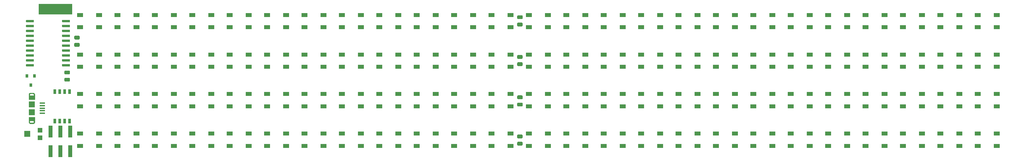
<source format=gbr>
G04 #@! TF.GenerationSoftware,KiCad,Pcbnew,(5.1.5)-3*
G04 #@! TF.CreationDate,2020-07-26T23:49:23-07:00*
G04 #@! TF.ProjectId,pcb,7063622e-6b69-4636-9164-5f7063625858,rev?*
G04 #@! TF.SameCoordinates,Original*
G04 #@! TF.FileFunction,Paste,Top*
G04 #@! TF.FilePolarity,Positive*
%FSLAX46Y46*%
G04 Gerber Fmt 4.6, Leading zero omitted, Abs format (unit mm)*
G04 Created by KiCad (PCBNEW (5.1.5)-3) date 2020-07-26 23:49:23*
%MOMM*%
%LPD*%
G04 APERTURE LIST*
%ADD10C,0.000100*%
%ADD11C,0.100000*%
%ADD12R,1.500000X1.000000*%
%ADD13R,0.760000X1.270000*%
%ADD14R,0.800000X0.900000*%
%ADD15R,1.500000X1.600000*%
%ADD16R,1.200000X1.200000*%
%ADD17R,1.000000X3.150000*%
%ADD18R,1.550000X1.500000*%
%ADD19R,1.350000X0.400000*%
%ADD20R,8.636000X2.794000*%
G04 APERTURE END LIST*
D10*
G36*
X27038000Y-107208200D02*
G01*
X27238000Y-107208200D01*
X27238343Y-107221284D01*
X27239370Y-107234332D01*
X27241078Y-107247309D01*
X27243463Y-107260178D01*
X27246519Y-107272905D01*
X27250236Y-107285454D01*
X27254605Y-107297792D01*
X27259614Y-107309884D01*
X27265248Y-107321698D01*
X27271494Y-107333200D01*
X27278332Y-107344360D01*
X27285746Y-107355146D01*
X27293714Y-107365530D01*
X27302214Y-107375483D01*
X27311223Y-107384977D01*
X27320717Y-107393986D01*
X27330670Y-107402486D01*
X27341054Y-107410454D01*
X27351840Y-107417868D01*
X27363000Y-107424706D01*
X27374502Y-107430952D01*
X27386316Y-107436586D01*
X27398408Y-107441595D01*
X27410746Y-107445964D01*
X27423295Y-107449681D01*
X27436022Y-107452737D01*
X27448891Y-107455122D01*
X27461868Y-107456830D01*
X27474916Y-107457857D01*
X27488000Y-107458200D01*
X28138000Y-107458200D01*
X28151084Y-107457857D01*
X28164132Y-107456830D01*
X28177109Y-107455122D01*
X28189978Y-107452737D01*
X28202705Y-107449681D01*
X28215254Y-107445964D01*
X28227592Y-107441595D01*
X28239684Y-107436586D01*
X28251498Y-107430952D01*
X28263000Y-107424706D01*
X28274160Y-107417868D01*
X28284946Y-107410454D01*
X28295330Y-107402486D01*
X28305283Y-107393986D01*
X28314777Y-107384977D01*
X28323786Y-107375483D01*
X28332286Y-107365530D01*
X28340254Y-107355146D01*
X28347668Y-107344360D01*
X28354506Y-107333200D01*
X28360752Y-107321698D01*
X28366386Y-107309884D01*
X28371395Y-107297792D01*
X28375764Y-107285454D01*
X28379481Y-107272905D01*
X28382537Y-107260178D01*
X28384922Y-107247309D01*
X28386630Y-107234332D01*
X28387657Y-107221284D01*
X28388000Y-107208200D01*
X28588000Y-107208200D01*
X28587315Y-107234368D01*
X28585261Y-107260464D01*
X28581844Y-107286417D01*
X28577074Y-107312156D01*
X28570963Y-107337610D01*
X28563528Y-107362708D01*
X28554790Y-107387384D01*
X28544773Y-107411568D01*
X28533503Y-107435195D01*
X28521013Y-107458200D01*
X28507335Y-107480520D01*
X28492508Y-107502093D01*
X28476573Y-107522860D01*
X28459572Y-107542765D01*
X28441553Y-107561753D01*
X28422565Y-107579772D01*
X28402660Y-107596773D01*
X28381893Y-107612708D01*
X28360320Y-107627535D01*
X28338000Y-107641213D01*
X28314995Y-107653703D01*
X28291368Y-107664973D01*
X28267184Y-107674990D01*
X28242508Y-107683728D01*
X28217410Y-107691163D01*
X28191956Y-107697274D01*
X28166217Y-107702044D01*
X28140264Y-107705461D01*
X28114168Y-107707515D01*
X28088000Y-107708200D01*
X27538000Y-107708200D01*
X27511832Y-107707515D01*
X27485736Y-107705461D01*
X27459783Y-107702044D01*
X27434044Y-107697274D01*
X27408590Y-107691163D01*
X27383492Y-107683728D01*
X27358816Y-107674990D01*
X27334632Y-107664973D01*
X27311005Y-107653703D01*
X27288000Y-107641213D01*
X27265680Y-107627535D01*
X27244107Y-107612708D01*
X27223340Y-107596773D01*
X27203435Y-107579772D01*
X27184447Y-107561753D01*
X27166428Y-107542765D01*
X27149427Y-107522860D01*
X27133492Y-107502093D01*
X27118665Y-107480520D01*
X27104987Y-107458200D01*
X27092497Y-107435195D01*
X27081227Y-107411568D01*
X27071210Y-107387384D01*
X27062472Y-107362708D01*
X27055037Y-107337610D01*
X27048926Y-107312156D01*
X27044156Y-107286417D01*
X27040739Y-107260464D01*
X27038685Y-107234368D01*
X27038000Y-107208200D01*
G37*
X27038000Y-107208200D02*
X27238000Y-107208200D01*
X27238343Y-107221284D01*
X27239370Y-107234332D01*
X27241078Y-107247309D01*
X27243463Y-107260178D01*
X27246519Y-107272905D01*
X27250236Y-107285454D01*
X27254605Y-107297792D01*
X27259614Y-107309884D01*
X27265248Y-107321698D01*
X27271494Y-107333200D01*
X27278332Y-107344360D01*
X27285746Y-107355146D01*
X27293714Y-107365530D01*
X27302214Y-107375483D01*
X27311223Y-107384977D01*
X27320717Y-107393986D01*
X27330670Y-107402486D01*
X27341054Y-107410454D01*
X27351840Y-107417868D01*
X27363000Y-107424706D01*
X27374502Y-107430952D01*
X27386316Y-107436586D01*
X27398408Y-107441595D01*
X27410746Y-107445964D01*
X27423295Y-107449681D01*
X27436022Y-107452737D01*
X27448891Y-107455122D01*
X27461868Y-107456830D01*
X27474916Y-107457857D01*
X27488000Y-107458200D01*
X28138000Y-107458200D01*
X28151084Y-107457857D01*
X28164132Y-107456830D01*
X28177109Y-107455122D01*
X28189978Y-107452737D01*
X28202705Y-107449681D01*
X28215254Y-107445964D01*
X28227592Y-107441595D01*
X28239684Y-107436586D01*
X28251498Y-107430952D01*
X28263000Y-107424706D01*
X28274160Y-107417868D01*
X28284946Y-107410454D01*
X28295330Y-107402486D01*
X28305283Y-107393986D01*
X28314777Y-107384977D01*
X28323786Y-107375483D01*
X28332286Y-107365530D01*
X28340254Y-107355146D01*
X28347668Y-107344360D01*
X28354506Y-107333200D01*
X28360752Y-107321698D01*
X28366386Y-107309884D01*
X28371395Y-107297792D01*
X28375764Y-107285454D01*
X28379481Y-107272905D01*
X28382537Y-107260178D01*
X28384922Y-107247309D01*
X28386630Y-107234332D01*
X28387657Y-107221284D01*
X28388000Y-107208200D01*
X28588000Y-107208200D01*
X28587315Y-107234368D01*
X28585261Y-107260464D01*
X28581844Y-107286417D01*
X28577074Y-107312156D01*
X28570963Y-107337610D01*
X28563528Y-107362708D01*
X28554790Y-107387384D01*
X28544773Y-107411568D01*
X28533503Y-107435195D01*
X28521013Y-107458200D01*
X28507335Y-107480520D01*
X28492508Y-107502093D01*
X28476573Y-107522860D01*
X28459572Y-107542765D01*
X28441553Y-107561753D01*
X28422565Y-107579772D01*
X28402660Y-107596773D01*
X28381893Y-107612708D01*
X28360320Y-107627535D01*
X28338000Y-107641213D01*
X28314995Y-107653703D01*
X28291368Y-107664973D01*
X28267184Y-107674990D01*
X28242508Y-107683728D01*
X28217410Y-107691163D01*
X28191956Y-107697274D01*
X28166217Y-107702044D01*
X28140264Y-107705461D01*
X28114168Y-107707515D01*
X28088000Y-107708200D01*
X27538000Y-107708200D01*
X27511832Y-107707515D01*
X27485736Y-107705461D01*
X27459783Y-107702044D01*
X27434044Y-107697274D01*
X27408590Y-107691163D01*
X27383492Y-107683728D01*
X27358816Y-107674990D01*
X27334632Y-107664973D01*
X27311005Y-107653703D01*
X27288000Y-107641213D01*
X27265680Y-107627535D01*
X27244107Y-107612708D01*
X27223340Y-107596773D01*
X27203435Y-107579772D01*
X27184447Y-107561753D01*
X27166428Y-107542765D01*
X27149427Y-107522860D01*
X27133492Y-107502093D01*
X27118665Y-107480520D01*
X27104987Y-107458200D01*
X27092497Y-107435195D01*
X27081227Y-107411568D01*
X27071210Y-107387384D01*
X27062472Y-107362708D01*
X27055037Y-107337610D01*
X27048926Y-107312156D01*
X27044156Y-107286417D01*
X27040739Y-107260464D01*
X27038685Y-107234368D01*
X27038000Y-107208200D01*
G36*
X27038000Y-107208200D02*
G01*
X27238000Y-107208200D01*
X27238343Y-107195116D01*
X27239370Y-107182068D01*
X27241078Y-107169091D01*
X27243463Y-107156222D01*
X27246519Y-107143495D01*
X27250236Y-107130946D01*
X27254605Y-107118608D01*
X27259614Y-107106516D01*
X27265248Y-107094702D01*
X27271494Y-107083200D01*
X27278332Y-107072040D01*
X27285746Y-107061254D01*
X27293714Y-107050870D01*
X27302214Y-107040917D01*
X27311223Y-107031423D01*
X27320717Y-107022414D01*
X27330670Y-107013914D01*
X27341054Y-107005946D01*
X27351840Y-106998532D01*
X27363000Y-106991694D01*
X27374502Y-106985448D01*
X27386316Y-106979814D01*
X27398408Y-106974805D01*
X27410746Y-106970436D01*
X27423295Y-106966719D01*
X27436022Y-106963663D01*
X27448891Y-106961278D01*
X27461868Y-106959570D01*
X27474916Y-106958543D01*
X27488000Y-106958200D01*
X28138000Y-106958200D01*
X28151084Y-106958543D01*
X28164132Y-106959570D01*
X28177109Y-106961278D01*
X28189978Y-106963663D01*
X28202705Y-106966719D01*
X28215254Y-106970436D01*
X28227592Y-106974805D01*
X28239684Y-106979814D01*
X28251498Y-106985448D01*
X28263000Y-106991694D01*
X28274160Y-106998532D01*
X28284946Y-107005946D01*
X28295330Y-107013914D01*
X28305283Y-107022414D01*
X28314777Y-107031423D01*
X28323786Y-107040917D01*
X28332286Y-107050870D01*
X28340254Y-107061254D01*
X28347668Y-107072040D01*
X28354506Y-107083200D01*
X28360752Y-107094702D01*
X28366386Y-107106516D01*
X28371395Y-107118608D01*
X28375764Y-107130946D01*
X28379481Y-107143495D01*
X28382537Y-107156222D01*
X28384922Y-107169091D01*
X28386630Y-107182068D01*
X28387657Y-107195116D01*
X28388000Y-107208200D01*
X28588000Y-107208200D01*
X28588000Y-106008200D01*
X27038000Y-106008200D01*
X27038000Y-107208200D01*
G37*
X27038000Y-107208200D02*
X27238000Y-107208200D01*
X27238343Y-107195116D01*
X27239370Y-107182068D01*
X27241078Y-107169091D01*
X27243463Y-107156222D01*
X27246519Y-107143495D01*
X27250236Y-107130946D01*
X27254605Y-107118608D01*
X27259614Y-107106516D01*
X27265248Y-107094702D01*
X27271494Y-107083200D01*
X27278332Y-107072040D01*
X27285746Y-107061254D01*
X27293714Y-107050870D01*
X27302214Y-107040917D01*
X27311223Y-107031423D01*
X27320717Y-107022414D01*
X27330670Y-107013914D01*
X27341054Y-107005946D01*
X27351840Y-106998532D01*
X27363000Y-106991694D01*
X27374502Y-106985448D01*
X27386316Y-106979814D01*
X27398408Y-106974805D01*
X27410746Y-106970436D01*
X27423295Y-106966719D01*
X27436022Y-106963663D01*
X27448891Y-106961278D01*
X27461868Y-106959570D01*
X27474916Y-106958543D01*
X27488000Y-106958200D01*
X28138000Y-106958200D01*
X28151084Y-106958543D01*
X28164132Y-106959570D01*
X28177109Y-106961278D01*
X28189978Y-106963663D01*
X28202705Y-106966719D01*
X28215254Y-106970436D01*
X28227592Y-106974805D01*
X28239684Y-106979814D01*
X28251498Y-106985448D01*
X28263000Y-106991694D01*
X28274160Y-106998532D01*
X28284946Y-107005946D01*
X28295330Y-107013914D01*
X28305283Y-107022414D01*
X28314777Y-107031423D01*
X28323786Y-107040917D01*
X28332286Y-107050870D01*
X28340254Y-107061254D01*
X28347668Y-107072040D01*
X28354506Y-107083200D01*
X28360752Y-107094702D01*
X28366386Y-107106516D01*
X28371395Y-107118608D01*
X28375764Y-107130946D01*
X28379481Y-107143495D01*
X28382537Y-107156222D01*
X28384922Y-107169091D01*
X28386630Y-107182068D01*
X28387657Y-107195116D01*
X28388000Y-107208200D01*
X28588000Y-107208200D01*
X28588000Y-106008200D01*
X27038000Y-106008200D01*
X27038000Y-107208200D01*
X27043000Y-107208200D02*
X27213000Y-107208200D01*
G36*
X28588000Y-100208200D02*
G01*
X28388000Y-100208200D01*
X28387657Y-100195116D01*
X28386630Y-100182068D01*
X28384922Y-100169091D01*
X28382537Y-100156222D01*
X28379481Y-100143495D01*
X28375764Y-100130946D01*
X28371395Y-100118608D01*
X28366386Y-100106516D01*
X28360752Y-100094702D01*
X28354506Y-100083200D01*
X28347668Y-100072040D01*
X28340254Y-100061254D01*
X28332286Y-100050870D01*
X28323786Y-100040917D01*
X28314777Y-100031423D01*
X28305283Y-100022414D01*
X28295330Y-100013914D01*
X28284946Y-100005946D01*
X28274160Y-99998532D01*
X28263000Y-99991694D01*
X28251498Y-99985448D01*
X28239684Y-99979814D01*
X28227592Y-99974805D01*
X28215254Y-99970436D01*
X28202705Y-99966719D01*
X28189978Y-99963663D01*
X28177109Y-99961278D01*
X28164132Y-99959570D01*
X28151084Y-99958543D01*
X28138000Y-99958200D01*
X27488000Y-99958200D01*
X27474916Y-99958543D01*
X27461868Y-99959570D01*
X27448891Y-99961278D01*
X27436022Y-99963663D01*
X27423295Y-99966719D01*
X27410746Y-99970436D01*
X27398408Y-99974805D01*
X27386316Y-99979814D01*
X27374502Y-99985448D01*
X27363000Y-99991694D01*
X27351840Y-99998532D01*
X27341054Y-100005946D01*
X27330670Y-100013914D01*
X27320717Y-100022414D01*
X27311223Y-100031423D01*
X27302214Y-100040917D01*
X27293714Y-100050870D01*
X27285746Y-100061254D01*
X27278332Y-100072040D01*
X27271494Y-100083200D01*
X27265248Y-100094702D01*
X27259614Y-100106516D01*
X27254605Y-100118608D01*
X27250236Y-100130946D01*
X27246519Y-100143495D01*
X27243463Y-100156222D01*
X27241078Y-100169091D01*
X27239370Y-100182068D01*
X27238343Y-100195116D01*
X27238000Y-100208200D01*
X27038000Y-100208200D01*
X27038685Y-100182032D01*
X27040739Y-100155936D01*
X27044156Y-100129983D01*
X27048926Y-100104244D01*
X27055037Y-100078790D01*
X27062472Y-100053692D01*
X27071210Y-100029016D01*
X27081227Y-100004832D01*
X27092497Y-99981205D01*
X27104987Y-99958200D01*
X27118665Y-99935880D01*
X27133492Y-99914307D01*
X27149427Y-99893540D01*
X27166428Y-99873635D01*
X27184447Y-99854647D01*
X27203435Y-99836628D01*
X27223340Y-99819627D01*
X27244107Y-99803692D01*
X27265680Y-99788865D01*
X27288000Y-99775187D01*
X27311005Y-99762697D01*
X27334632Y-99751427D01*
X27358816Y-99741410D01*
X27383492Y-99732672D01*
X27408590Y-99725237D01*
X27434044Y-99719126D01*
X27459783Y-99714356D01*
X27485736Y-99710939D01*
X27511832Y-99708885D01*
X27538000Y-99708200D01*
X28088000Y-99708200D01*
X28114168Y-99708885D01*
X28140264Y-99710939D01*
X28166217Y-99714356D01*
X28191956Y-99719126D01*
X28217410Y-99725237D01*
X28242508Y-99732672D01*
X28267184Y-99741410D01*
X28291368Y-99751427D01*
X28314995Y-99762697D01*
X28338000Y-99775187D01*
X28360320Y-99788865D01*
X28381893Y-99803692D01*
X28402660Y-99819627D01*
X28422565Y-99836628D01*
X28441553Y-99854647D01*
X28459572Y-99873635D01*
X28476573Y-99893540D01*
X28492508Y-99914307D01*
X28507335Y-99935880D01*
X28521013Y-99958200D01*
X28533503Y-99981205D01*
X28544773Y-100004832D01*
X28554790Y-100029016D01*
X28563528Y-100053692D01*
X28570963Y-100078790D01*
X28577074Y-100104244D01*
X28581844Y-100129983D01*
X28585261Y-100155936D01*
X28587315Y-100182032D01*
X28588000Y-100208200D01*
G37*
X28588000Y-100208200D02*
X28388000Y-100208200D01*
X28387657Y-100195116D01*
X28386630Y-100182068D01*
X28384922Y-100169091D01*
X28382537Y-100156222D01*
X28379481Y-100143495D01*
X28375764Y-100130946D01*
X28371395Y-100118608D01*
X28366386Y-100106516D01*
X28360752Y-100094702D01*
X28354506Y-100083200D01*
X28347668Y-100072040D01*
X28340254Y-100061254D01*
X28332286Y-100050870D01*
X28323786Y-100040917D01*
X28314777Y-100031423D01*
X28305283Y-100022414D01*
X28295330Y-100013914D01*
X28284946Y-100005946D01*
X28274160Y-99998532D01*
X28263000Y-99991694D01*
X28251498Y-99985448D01*
X28239684Y-99979814D01*
X28227592Y-99974805D01*
X28215254Y-99970436D01*
X28202705Y-99966719D01*
X28189978Y-99963663D01*
X28177109Y-99961278D01*
X28164132Y-99959570D01*
X28151084Y-99958543D01*
X28138000Y-99958200D01*
X27488000Y-99958200D01*
X27474916Y-99958543D01*
X27461868Y-99959570D01*
X27448891Y-99961278D01*
X27436022Y-99963663D01*
X27423295Y-99966719D01*
X27410746Y-99970436D01*
X27398408Y-99974805D01*
X27386316Y-99979814D01*
X27374502Y-99985448D01*
X27363000Y-99991694D01*
X27351840Y-99998532D01*
X27341054Y-100005946D01*
X27330670Y-100013914D01*
X27320717Y-100022414D01*
X27311223Y-100031423D01*
X27302214Y-100040917D01*
X27293714Y-100050870D01*
X27285746Y-100061254D01*
X27278332Y-100072040D01*
X27271494Y-100083200D01*
X27265248Y-100094702D01*
X27259614Y-100106516D01*
X27254605Y-100118608D01*
X27250236Y-100130946D01*
X27246519Y-100143495D01*
X27243463Y-100156222D01*
X27241078Y-100169091D01*
X27239370Y-100182068D01*
X27238343Y-100195116D01*
X27238000Y-100208200D01*
X27038000Y-100208200D01*
X27038685Y-100182032D01*
X27040739Y-100155936D01*
X27044156Y-100129983D01*
X27048926Y-100104244D01*
X27055037Y-100078790D01*
X27062472Y-100053692D01*
X27071210Y-100029016D01*
X27081227Y-100004832D01*
X27092497Y-99981205D01*
X27104987Y-99958200D01*
X27118665Y-99935880D01*
X27133492Y-99914307D01*
X27149427Y-99893540D01*
X27166428Y-99873635D01*
X27184447Y-99854647D01*
X27203435Y-99836628D01*
X27223340Y-99819627D01*
X27244107Y-99803692D01*
X27265680Y-99788865D01*
X27288000Y-99775187D01*
X27311005Y-99762697D01*
X27334632Y-99751427D01*
X27358816Y-99741410D01*
X27383492Y-99732672D01*
X27408590Y-99725237D01*
X27434044Y-99719126D01*
X27459783Y-99714356D01*
X27485736Y-99710939D01*
X27511832Y-99708885D01*
X27538000Y-99708200D01*
X28088000Y-99708200D01*
X28114168Y-99708885D01*
X28140264Y-99710939D01*
X28166217Y-99714356D01*
X28191956Y-99719126D01*
X28217410Y-99725237D01*
X28242508Y-99732672D01*
X28267184Y-99741410D01*
X28291368Y-99751427D01*
X28314995Y-99762697D01*
X28338000Y-99775187D01*
X28360320Y-99788865D01*
X28381893Y-99803692D01*
X28402660Y-99819627D01*
X28422565Y-99836628D01*
X28441553Y-99854647D01*
X28459572Y-99873635D01*
X28476573Y-99893540D01*
X28492508Y-99914307D01*
X28507335Y-99935880D01*
X28521013Y-99958200D01*
X28533503Y-99981205D01*
X28544773Y-100004832D01*
X28554790Y-100029016D01*
X28563528Y-100053692D01*
X28570963Y-100078790D01*
X28577074Y-100104244D01*
X28581844Y-100129983D01*
X28585261Y-100155936D01*
X28587315Y-100182032D01*
X28588000Y-100208200D01*
G36*
X28588000Y-100208200D02*
G01*
X28388000Y-100208200D01*
X28387657Y-100221284D01*
X28386630Y-100234332D01*
X28384922Y-100247309D01*
X28382537Y-100260178D01*
X28379481Y-100272905D01*
X28375764Y-100285454D01*
X28371395Y-100297792D01*
X28366386Y-100309884D01*
X28360752Y-100321698D01*
X28354506Y-100333200D01*
X28347668Y-100344360D01*
X28340254Y-100355146D01*
X28332286Y-100365530D01*
X28323786Y-100375483D01*
X28314777Y-100384977D01*
X28305283Y-100393986D01*
X28295330Y-100402486D01*
X28284946Y-100410454D01*
X28274160Y-100417868D01*
X28263000Y-100424706D01*
X28251498Y-100430952D01*
X28239684Y-100436586D01*
X28227592Y-100441595D01*
X28215254Y-100445964D01*
X28202705Y-100449681D01*
X28189978Y-100452737D01*
X28177109Y-100455122D01*
X28164132Y-100456830D01*
X28151084Y-100457857D01*
X28138000Y-100458200D01*
X27488000Y-100458200D01*
X27474916Y-100457857D01*
X27461868Y-100456830D01*
X27448891Y-100455122D01*
X27436022Y-100452737D01*
X27423295Y-100449681D01*
X27410746Y-100445964D01*
X27398408Y-100441595D01*
X27386316Y-100436586D01*
X27374502Y-100430952D01*
X27363000Y-100424706D01*
X27351840Y-100417868D01*
X27341054Y-100410454D01*
X27330670Y-100402486D01*
X27320717Y-100393986D01*
X27311223Y-100384977D01*
X27302214Y-100375483D01*
X27293714Y-100365530D01*
X27285746Y-100355146D01*
X27278332Y-100344360D01*
X27271494Y-100333200D01*
X27265248Y-100321698D01*
X27259614Y-100309884D01*
X27254605Y-100297792D01*
X27250236Y-100285454D01*
X27246519Y-100272905D01*
X27243463Y-100260178D01*
X27241078Y-100247309D01*
X27239370Y-100234332D01*
X27238343Y-100221284D01*
X27238000Y-100208200D01*
X27038000Y-100208200D01*
X27038000Y-101408200D01*
X28588000Y-101408200D01*
X28588000Y-100208200D01*
G37*
X28588000Y-100208200D02*
X28388000Y-100208200D01*
X28387657Y-100221284D01*
X28386630Y-100234332D01*
X28384922Y-100247309D01*
X28382537Y-100260178D01*
X28379481Y-100272905D01*
X28375764Y-100285454D01*
X28371395Y-100297792D01*
X28366386Y-100309884D01*
X28360752Y-100321698D01*
X28354506Y-100333200D01*
X28347668Y-100344360D01*
X28340254Y-100355146D01*
X28332286Y-100365530D01*
X28323786Y-100375483D01*
X28314777Y-100384977D01*
X28305283Y-100393986D01*
X28295330Y-100402486D01*
X28284946Y-100410454D01*
X28274160Y-100417868D01*
X28263000Y-100424706D01*
X28251498Y-100430952D01*
X28239684Y-100436586D01*
X28227592Y-100441595D01*
X28215254Y-100445964D01*
X28202705Y-100449681D01*
X28189978Y-100452737D01*
X28177109Y-100455122D01*
X28164132Y-100456830D01*
X28151084Y-100457857D01*
X28138000Y-100458200D01*
X27488000Y-100458200D01*
X27474916Y-100457857D01*
X27461868Y-100456830D01*
X27448891Y-100455122D01*
X27436022Y-100452737D01*
X27423295Y-100449681D01*
X27410746Y-100445964D01*
X27398408Y-100441595D01*
X27386316Y-100436586D01*
X27374502Y-100430952D01*
X27363000Y-100424706D01*
X27351840Y-100417868D01*
X27341054Y-100410454D01*
X27330670Y-100402486D01*
X27320717Y-100393986D01*
X27311223Y-100384977D01*
X27302214Y-100375483D01*
X27293714Y-100365530D01*
X27285746Y-100355146D01*
X27278332Y-100344360D01*
X27271494Y-100333200D01*
X27265248Y-100321698D01*
X27259614Y-100309884D01*
X27254605Y-100297792D01*
X27250236Y-100285454D01*
X27246519Y-100272905D01*
X27243463Y-100260178D01*
X27241078Y-100247309D01*
X27239370Y-100234332D01*
X27238343Y-100221284D01*
X27238000Y-100208200D01*
X27038000Y-100208200D01*
X27038000Y-101408200D01*
X28588000Y-101408200D01*
X28588000Y-100208200D01*
X28583000Y-100208200D02*
X28413000Y-100208200D01*
D11*
G36*
X154277142Y-110511674D02*
G01*
X154300803Y-110515184D01*
X154324007Y-110520996D01*
X154346529Y-110529054D01*
X154368153Y-110539282D01*
X154388670Y-110551579D01*
X154407883Y-110565829D01*
X154425607Y-110581893D01*
X154441671Y-110599617D01*
X154455921Y-110618830D01*
X154468218Y-110639347D01*
X154478446Y-110660971D01*
X154486504Y-110683493D01*
X154492316Y-110706697D01*
X154495826Y-110730358D01*
X154497000Y-110754250D01*
X154497000Y-111241750D01*
X154495826Y-111265642D01*
X154492316Y-111289303D01*
X154486504Y-111312507D01*
X154478446Y-111335029D01*
X154468218Y-111356653D01*
X154455921Y-111377170D01*
X154441671Y-111396383D01*
X154425607Y-111414107D01*
X154407883Y-111430171D01*
X154388670Y-111444421D01*
X154368153Y-111456718D01*
X154346529Y-111466946D01*
X154324007Y-111475004D01*
X154300803Y-111480816D01*
X154277142Y-111484326D01*
X154253250Y-111485500D01*
X153340750Y-111485500D01*
X153316858Y-111484326D01*
X153293197Y-111480816D01*
X153269993Y-111475004D01*
X153247471Y-111466946D01*
X153225847Y-111456718D01*
X153205330Y-111444421D01*
X153186117Y-111430171D01*
X153168393Y-111414107D01*
X153152329Y-111396383D01*
X153138079Y-111377170D01*
X153125782Y-111356653D01*
X153115554Y-111335029D01*
X153107496Y-111312507D01*
X153101684Y-111289303D01*
X153098174Y-111265642D01*
X153097000Y-111241750D01*
X153097000Y-110754250D01*
X153098174Y-110730358D01*
X153101684Y-110706697D01*
X153107496Y-110683493D01*
X153115554Y-110660971D01*
X153125782Y-110639347D01*
X153138079Y-110618830D01*
X153152329Y-110599617D01*
X153168393Y-110581893D01*
X153186117Y-110565829D01*
X153205330Y-110551579D01*
X153225847Y-110539282D01*
X153247471Y-110529054D01*
X153269993Y-110520996D01*
X153293197Y-110515184D01*
X153316858Y-110511674D01*
X153340750Y-110510500D01*
X154253250Y-110510500D01*
X154277142Y-110511674D01*
G37*
G36*
X154277142Y-112386674D02*
G01*
X154300803Y-112390184D01*
X154324007Y-112395996D01*
X154346529Y-112404054D01*
X154368153Y-112414282D01*
X154388670Y-112426579D01*
X154407883Y-112440829D01*
X154425607Y-112456893D01*
X154441671Y-112474617D01*
X154455921Y-112493830D01*
X154468218Y-112514347D01*
X154478446Y-112535971D01*
X154486504Y-112558493D01*
X154492316Y-112581697D01*
X154495826Y-112605358D01*
X154497000Y-112629250D01*
X154497000Y-113116750D01*
X154495826Y-113140642D01*
X154492316Y-113164303D01*
X154486504Y-113187507D01*
X154478446Y-113210029D01*
X154468218Y-113231653D01*
X154455921Y-113252170D01*
X154441671Y-113271383D01*
X154425607Y-113289107D01*
X154407883Y-113305171D01*
X154388670Y-113319421D01*
X154368153Y-113331718D01*
X154346529Y-113341946D01*
X154324007Y-113350004D01*
X154300803Y-113355816D01*
X154277142Y-113359326D01*
X154253250Y-113360500D01*
X153340750Y-113360500D01*
X153316858Y-113359326D01*
X153293197Y-113355816D01*
X153269993Y-113350004D01*
X153247471Y-113341946D01*
X153225847Y-113331718D01*
X153205330Y-113319421D01*
X153186117Y-113305171D01*
X153168393Y-113289107D01*
X153152329Y-113271383D01*
X153138079Y-113252170D01*
X153125782Y-113231653D01*
X153115554Y-113210029D01*
X153107496Y-113187507D01*
X153101684Y-113164303D01*
X153098174Y-113140642D01*
X153097000Y-113116750D01*
X153097000Y-112629250D01*
X153098174Y-112605358D01*
X153101684Y-112581697D01*
X153107496Y-112558493D01*
X153115554Y-112535971D01*
X153125782Y-112514347D01*
X153138079Y-112493830D01*
X153152329Y-112474617D01*
X153168393Y-112456893D01*
X153186117Y-112440829D01*
X153205330Y-112426579D01*
X153225847Y-112414282D01*
X153247471Y-112404054D01*
X153269993Y-112395996D01*
X153293197Y-112390184D01*
X153316858Y-112386674D01*
X153340750Y-112385500D01*
X154253250Y-112385500D01*
X154277142Y-112386674D01*
G37*
G36*
X154277142Y-102256674D02*
G01*
X154300803Y-102260184D01*
X154324007Y-102265996D01*
X154346529Y-102274054D01*
X154368153Y-102284282D01*
X154388670Y-102296579D01*
X154407883Y-102310829D01*
X154425607Y-102326893D01*
X154441671Y-102344617D01*
X154455921Y-102363830D01*
X154468218Y-102384347D01*
X154478446Y-102405971D01*
X154486504Y-102428493D01*
X154492316Y-102451697D01*
X154495826Y-102475358D01*
X154497000Y-102499250D01*
X154497000Y-102986750D01*
X154495826Y-103010642D01*
X154492316Y-103034303D01*
X154486504Y-103057507D01*
X154478446Y-103080029D01*
X154468218Y-103101653D01*
X154455921Y-103122170D01*
X154441671Y-103141383D01*
X154425607Y-103159107D01*
X154407883Y-103175171D01*
X154388670Y-103189421D01*
X154368153Y-103201718D01*
X154346529Y-103211946D01*
X154324007Y-103220004D01*
X154300803Y-103225816D01*
X154277142Y-103229326D01*
X154253250Y-103230500D01*
X153340750Y-103230500D01*
X153316858Y-103229326D01*
X153293197Y-103225816D01*
X153269993Y-103220004D01*
X153247471Y-103211946D01*
X153225847Y-103201718D01*
X153205330Y-103189421D01*
X153186117Y-103175171D01*
X153168393Y-103159107D01*
X153152329Y-103141383D01*
X153138079Y-103122170D01*
X153125782Y-103101653D01*
X153115554Y-103080029D01*
X153107496Y-103057507D01*
X153101684Y-103034303D01*
X153098174Y-103010642D01*
X153097000Y-102986750D01*
X153097000Y-102499250D01*
X153098174Y-102475358D01*
X153101684Y-102451697D01*
X153107496Y-102428493D01*
X153115554Y-102405971D01*
X153125782Y-102384347D01*
X153138079Y-102363830D01*
X153152329Y-102344617D01*
X153168393Y-102326893D01*
X153186117Y-102310829D01*
X153205330Y-102296579D01*
X153225847Y-102284282D01*
X153247471Y-102274054D01*
X153269993Y-102265996D01*
X153293197Y-102260184D01*
X153316858Y-102256674D01*
X153340750Y-102255500D01*
X154253250Y-102255500D01*
X154277142Y-102256674D01*
G37*
G36*
X154277142Y-100381674D02*
G01*
X154300803Y-100385184D01*
X154324007Y-100390996D01*
X154346529Y-100399054D01*
X154368153Y-100409282D01*
X154388670Y-100421579D01*
X154407883Y-100435829D01*
X154425607Y-100451893D01*
X154441671Y-100469617D01*
X154455921Y-100488830D01*
X154468218Y-100509347D01*
X154478446Y-100530971D01*
X154486504Y-100553493D01*
X154492316Y-100576697D01*
X154495826Y-100600358D01*
X154497000Y-100624250D01*
X154497000Y-101111750D01*
X154495826Y-101135642D01*
X154492316Y-101159303D01*
X154486504Y-101182507D01*
X154478446Y-101205029D01*
X154468218Y-101226653D01*
X154455921Y-101247170D01*
X154441671Y-101266383D01*
X154425607Y-101284107D01*
X154407883Y-101300171D01*
X154388670Y-101314421D01*
X154368153Y-101326718D01*
X154346529Y-101336946D01*
X154324007Y-101345004D01*
X154300803Y-101350816D01*
X154277142Y-101354326D01*
X154253250Y-101355500D01*
X153340750Y-101355500D01*
X153316858Y-101354326D01*
X153293197Y-101350816D01*
X153269993Y-101345004D01*
X153247471Y-101336946D01*
X153225847Y-101326718D01*
X153205330Y-101314421D01*
X153186117Y-101300171D01*
X153168393Y-101284107D01*
X153152329Y-101266383D01*
X153138079Y-101247170D01*
X153125782Y-101226653D01*
X153115554Y-101205029D01*
X153107496Y-101182507D01*
X153101684Y-101159303D01*
X153098174Y-101135642D01*
X153097000Y-101111750D01*
X153097000Y-100624250D01*
X153098174Y-100600358D01*
X153101684Y-100576697D01*
X153107496Y-100553493D01*
X153115554Y-100530971D01*
X153125782Y-100509347D01*
X153138079Y-100488830D01*
X153152329Y-100469617D01*
X153168393Y-100451893D01*
X153186117Y-100435829D01*
X153205330Y-100421579D01*
X153225847Y-100409282D01*
X153247471Y-100399054D01*
X153269993Y-100390996D01*
X153293197Y-100385184D01*
X153316858Y-100381674D01*
X153340750Y-100380500D01*
X154253250Y-100380500D01*
X154277142Y-100381674D01*
G37*
G36*
X154277142Y-89937674D02*
G01*
X154300803Y-89941184D01*
X154324007Y-89946996D01*
X154346529Y-89955054D01*
X154368153Y-89965282D01*
X154388670Y-89977579D01*
X154407883Y-89991829D01*
X154425607Y-90007893D01*
X154441671Y-90025617D01*
X154455921Y-90044830D01*
X154468218Y-90065347D01*
X154478446Y-90086971D01*
X154486504Y-90109493D01*
X154492316Y-90132697D01*
X154495826Y-90156358D01*
X154497000Y-90180250D01*
X154497000Y-90667750D01*
X154495826Y-90691642D01*
X154492316Y-90715303D01*
X154486504Y-90738507D01*
X154478446Y-90761029D01*
X154468218Y-90782653D01*
X154455921Y-90803170D01*
X154441671Y-90822383D01*
X154425607Y-90840107D01*
X154407883Y-90856171D01*
X154388670Y-90870421D01*
X154368153Y-90882718D01*
X154346529Y-90892946D01*
X154324007Y-90901004D01*
X154300803Y-90906816D01*
X154277142Y-90910326D01*
X154253250Y-90911500D01*
X153340750Y-90911500D01*
X153316858Y-90910326D01*
X153293197Y-90906816D01*
X153269993Y-90901004D01*
X153247471Y-90892946D01*
X153225847Y-90882718D01*
X153205330Y-90870421D01*
X153186117Y-90856171D01*
X153168393Y-90840107D01*
X153152329Y-90822383D01*
X153138079Y-90803170D01*
X153125782Y-90782653D01*
X153115554Y-90761029D01*
X153107496Y-90738507D01*
X153101684Y-90715303D01*
X153098174Y-90691642D01*
X153097000Y-90667750D01*
X153097000Y-90180250D01*
X153098174Y-90156358D01*
X153101684Y-90132697D01*
X153107496Y-90109493D01*
X153115554Y-90086971D01*
X153125782Y-90065347D01*
X153138079Y-90044830D01*
X153152329Y-90025617D01*
X153168393Y-90007893D01*
X153186117Y-89991829D01*
X153205330Y-89977579D01*
X153225847Y-89965282D01*
X153247471Y-89955054D01*
X153269993Y-89946996D01*
X153293197Y-89941184D01*
X153316858Y-89937674D01*
X153340750Y-89936500D01*
X154253250Y-89936500D01*
X154277142Y-89937674D01*
G37*
G36*
X154277142Y-91812674D02*
G01*
X154300803Y-91816184D01*
X154324007Y-91821996D01*
X154346529Y-91830054D01*
X154368153Y-91840282D01*
X154388670Y-91852579D01*
X154407883Y-91866829D01*
X154425607Y-91882893D01*
X154441671Y-91900617D01*
X154455921Y-91919830D01*
X154468218Y-91940347D01*
X154478446Y-91961971D01*
X154486504Y-91984493D01*
X154492316Y-92007697D01*
X154495826Y-92031358D01*
X154497000Y-92055250D01*
X154497000Y-92542750D01*
X154495826Y-92566642D01*
X154492316Y-92590303D01*
X154486504Y-92613507D01*
X154478446Y-92636029D01*
X154468218Y-92657653D01*
X154455921Y-92678170D01*
X154441671Y-92697383D01*
X154425607Y-92715107D01*
X154407883Y-92731171D01*
X154388670Y-92745421D01*
X154368153Y-92757718D01*
X154346529Y-92767946D01*
X154324007Y-92776004D01*
X154300803Y-92781816D01*
X154277142Y-92785326D01*
X154253250Y-92786500D01*
X153340750Y-92786500D01*
X153316858Y-92785326D01*
X153293197Y-92781816D01*
X153269993Y-92776004D01*
X153247471Y-92767946D01*
X153225847Y-92757718D01*
X153205330Y-92745421D01*
X153186117Y-92731171D01*
X153168393Y-92715107D01*
X153152329Y-92697383D01*
X153138079Y-92678170D01*
X153125782Y-92657653D01*
X153115554Y-92636029D01*
X153107496Y-92613507D01*
X153101684Y-92590303D01*
X153098174Y-92566642D01*
X153097000Y-92542750D01*
X153097000Y-92055250D01*
X153098174Y-92031358D01*
X153101684Y-92007697D01*
X153107496Y-91984493D01*
X153115554Y-91961971D01*
X153125782Y-91940347D01*
X153138079Y-91919830D01*
X153152329Y-91900617D01*
X153168393Y-91882893D01*
X153186117Y-91866829D01*
X153205330Y-91852579D01*
X153225847Y-91840282D01*
X153247471Y-91830054D01*
X153269993Y-91821996D01*
X153293197Y-91816184D01*
X153316858Y-91812674D01*
X153340750Y-91811500D01*
X154253250Y-91811500D01*
X154277142Y-91812674D01*
G37*
G36*
X154277142Y-81555674D02*
G01*
X154300803Y-81559184D01*
X154324007Y-81564996D01*
X154346529Y-81573054D01*
X154368153Y-81583282D01*
X154388670Y-81595579D01*
X154407883Y-81609829D01*
X154425607Y-81625893D01*
X154441671Y-81643617D01*
X154455921Y-81662830D01*
X154468218Y-81683347D01*
X154478446Y-81704971D01*
X154486504Y-81727493D01*
X154492316Y-81750697D01*
X154495826Y-81774358D01*
X154497000Y-81798250D01*
X154497000Y-82285750D01*
X154495826Y-82309642D01*
X154492316Y-82333303D01*
X154486504Y-82356507D01*
X154478446Y-82379029D01*
X154468218Y-82400653D01*
X154455921Y-82421170D01*
X154441671Y-82440383D01*
X154425607Y-82458107D01*
X154407883Y-82474171D01*
X154388670Y-82488421D01*
X154368153Y-82500718D01*
X154346529Y-82510946D01*
X154324007Y-82519004D01*
X154300803Y-82524816D01*
X154277142Y-82528326D01*
X154253250Y-82529500D01*
X153340750Y-82529500D01*
X153316858Y-82528326D01*
X153293197Y-82524816D01*
X153269993Y-82519004D01*
X153247471Y-82510946D01*
X153225847Y-82500718D01*
X153205330Y-82488421D01*
X153186117Y-82474171D01*
X153168393Y-82458107D01*
X153152329Y-82440383D01*
X153138079Y-82421170D01*
X153125782Y-82400653D01*
X153115554Y-82379029D01*
X153107496Y-82356507D01*
X153101684Y-82333303D01*
X153098174Y-82309642D01*
X153097000Y-82285750D01*
X153097000Y-81798250D01*
X153098174Y-81774358D01*
X153101684Y-81750697D01*
X153107496Y-81727493D01*
X153115554Y-81704971D01*
X153125782Y-81683347D01*
X153138079Y-81662830D01*
X153152329Y-81643617D01*
X153168393Y-81625893D01*
X153186117Y-81609829D01*
X153205330Y-81595579D01*
X153225847Y-81583282D01*
X153247471Y-81573054D01*
X153269993Y-81564996D01*
X153293197Y-81559184D01*
X153316858Y-81555674D01*
X153340750Y-81554500D01*
X154253250Y-81554500D01*
X154277142Y-81555674D01*
G37*
G36*
X154277142Y-79680674D02*
G01*
X154300803Y-79684184D01*
X154324007Y-79689996D01*
X154346529Y-79698054D01*
X154368153Y-79708282D01*
X154388670Y-79720579D01*
X154407883Y-79734829D01*
X154425607Y-79750893D01*
X154441671Y-79768617D01*
X154455921Y-79787830D01*
X154468218Y-79808347D01*
X154478446Y-79829971D01*
X154486504Y-79852493D01*
X154492316Y-79875697D01*
X154495826Y-79899358D01*
X154497000Y-79923250D01*
X154497000Y-80410750D01*
X154495826Y-80434642D01*
X154492316Y-80458303D01*
X154486504Y-80481507D01*
X154478446Y-80504029D01*
X154468218Y-80525653D01*
X154455921Y-80546170D01*
X154441671Y-80565383D01*
X154425607Y-80583107D01*
X154407883Y-80599171D01*
X154388670Y-80613421D01*
X154368153Y-80625718D01*
X154346529Y-80635946D01*
X154324007Y-80644004D01*
X154300803Y-80649816D01*
X154277142Y-80653326D01*
X154253250Y-80654500D01*
X153340750Y-80654500D01*
X153316858Y-80653326D01*
X153293197Y-80649816D01*
X153269993Y-80644004D01*
X153247471Y-80635946D01*
X153225847Y-80625718D01*
X153205330Y-80613421D01*
X153186117Y-80599171D01*
X153168393Y-80583107D01*
X153152329Y-80565383D01*
X153138079Y-80546170D01*
X153125782Y-80525653D01*
X153115554Y-80504029D01*
X153107496Y-80481507D01*
X153101684Y-80458303D01*
X153098174Y-80434642D01*
X153097000Y-80410750D01*
X153097000Y-79923250D01*
X153098174Y-79899358D01*
X153101684Y-79875697D01*
X153107496Y-79852493D01*
X153115554Y-79829971D01*
X153125782Y-79808347D01*
X153138079Y-79787830D01*
X153152329Y-79768617D01*
X153168393Y-79750893D01*
X153186117Y-79734829D01*
X153205330Y-79720579D01*
X153225847Y-79708282D01*
X153247471Y-79698054D01*
X153269993Y-79689996D01*
X153293197Y-79684184D01*
X153316858Y-79680674D01*
X153340750Y-79679500D01*
X154253250Y-79679500D01*
X154277142Y-79680674D01*
G37*
D12*
X40323600Y-79565700D03*
X40323600Y-82765700D03*
X45223600Y-79565700D03*
X45223600Y-82765700D03*
X151395600Y-103238100D03*
X151395600Y-100038100D03*
X146495600Y-103238100D03*
X146495600Y-100038100D03*
D13*
X33782000Y-107061000D03*
X33782000Y-99441000D03*
X37592000Y-107061000D03*
X36322000Y-107061000D03*
X35052000Y-107061000D03*
X35052000Y-99441000D03*
X36322000Y-99441000D03*
X37592000Y-99441000D03*
D12*
X252667600Y-110274300D03*
X252667600Y-113474300D03*
X257567600Y-110274300D03*
X257567600Y-113474300D03*
X257567600Y-103238100D03*
X257567600Y-100038100D03*
X252667600Y-103238100D03*
X252667600Y-100038100D03*
X252667600Y-89801900D03*
X252667600Y-93001900D03*
X257567600Y-89801900D03*
X257567600Y-93001900D03*
X276871600Y-82765700D03*
X276871600Y-79565700D03*
X271971600Y-82765700D03*
X271971600Y-79565700D03*
D14*
X27559000Y-97720000D03*
X26609000Y-95320000D03*
X28509000Y-95320000D03*
D11*
G36*
X28243703Y-92283722D02*
G01*
X28258264Y-92285882D01*
X28272543Y-92289459D01*
X28286403Y-92294418D01*
X28299710Y-92300712D01*
X28312336Y-92308280D01*
X28324159Y-92317048D01*
X28335066Y-92326934D01*
X28344952Y-92337841D01*
X28353720Y-92349664D01*
X28361288Y-92362290D01*
X28367582Y-92375597D01*
X28372541Y-92389457D01*
X28376118Y-92403736D01*
X28378278Y-92418297D01*
X28379000Y-92433000D01*
X28379000Y-92733000D01*
X28378278Y-92747703D01*
X28376118Y-92762264D01*
X28372541Y-92776543D01*
X28367582Y-92790403D01*
X28361288Y-92803710D01*
X28353720Y-92816336D01*
X28344952Y-92828159D01*
X28335066Y-92839066D01*
X28324159Y-92848952D01*
X28312336Y-92857720D01*
X28299710Y-92865288D01*
X28286403Y-92871582D01*
X28272543Y-92876541D01*
X28258264Y-92880118D01*
X28243703Y-92882278D01*
X28229000Y-92883000D01*
X26479000Y-92883000D01*
X26464297Y-92882278D01*
X26449736Y-92880118D01*
X26435457Y-92876541D01*
X26421597Y-92871582D01*
X26408290Y-92865288D01*
X26395664Y-92857720D01*
X26383841Y-92848952D01*
X26372934Y-92839066D01*
X26363048Y-92828159D01*
X26354280Y-92816336D01*
X26346712Y-92803710D01*
X26340418Y-92790403D01*
X26335459Y-92776543D01*
X26331882Y-92762264D01*
X26329722Y-92747703D01*
X26329000Y-92733000D01*
X26329000Y-92433000D01*
X26329722Y-92418297D01*
X26331882Y-92403736D01*
X26335459Y-92389457D01*
X26340418Y-92375597D01*
X26346712Y-92362290D01*
X26354280Y-92349664D01*
X26363048Y-92337841D01*
X26372934Y-92326934D01*
X26383841Y-92317048D01*
X26395664Y-92308280D01*
X26408290Y-92300712D01*
X26421597Y-92294418D01*
X26435457Y-92289459D01*
X26449736Y-92285882D01*
X26464297Y-92283722D01*
X26479000Y-92283000D01*
X28229000Y-92283000D01*
X28243703Y-92283722D01*
G37*
G36*
X28243703Y-91013722D02*
G01*
X28258264Y-91015882D01*
X28272543Y-91019459D01*
X28286403Y-91024418D01*
X28299710Y-91030712D01*
X28312336Y-91038280D01*
X28324159Y-91047048D01*
X28335066Y-91056934D01*
X28344952Y-91067841D01*
X28353720Y-91079664D01*
X28361288Y-91092290D01*
X28367582Y-91105597D01*
X28372541Y-91119457D01*
X28376118Y-91133736D01*
X28378278Y-91148297D01*
X28379000Y-91163000D01*
X28379000Y-91463000D01*
X28378278Y-91477703D01*
X28376118Y-91492264D01*
X28372541Y-91506543D01*
X28367582Y-91520403D01*
X28361288Y-91533710D01*
X28353720Y-91546336D01*
X28344952Y-91558159D01*
X28335066Y-91569066D01*
X28324159Y-91578952D01*
X28312336Y-91587720D01*
X28299710Y-91595288D01*
X28286403Y-91601582D01*
X28272543Y-91606541D01*
X28258264Y-91610118D01*
X28243703Y-91612278D01*
X28229000Y-91613000D01*
X26479000Y-91613000D01*
X26464297Y-91612278D01*
X26449736Y-91610118D01*
X26435457Y-91606541D01*
X26421597Y-91601582D01*
X26408290Y-91595288D01*
X26395664Y-91587720D01*
X26383841Y-91578952D01*
X26372934Y-91569066D01*
X26363048Y-91558159D01*
X26354280Y-91546336D01*
X26346712Y-91533710D01*
X26340418Y-91520403D01*
X26335459Y-91506543D01*
X26331882Y-91492264D01*
X26329722Y-91477703D01*
X26329000Y-91463000D01*
X26329000Y-91163000D01*
X26329722Y-91148297D01*
X26331882Y-91133736D01*
X26335459Y-91119457D01*
X26340418Y-91105597D01*
X26346712Y-91092290D01*
X26354280Y-91079664D01*
X26363048Y-91067841D01*
X26372934Y-91056934D01*
X26383841Y-91047048D01*
X26395664Y-91038280D01*
X26408290Y-91030712D01*
X26421597Y-91024418D01*
X26435457Y-91019459D01*
X26449736Y-91015882D01*
X26464297Y-91013722D01*
X26479000Y-91013000D01*
X28229000Y-91013000D01*
X28243703Y-91013722D01*
G37*
G36*
X28243703Y-89743722D02*
G01*
X28258264Y-89745882D01*
X28272543Y-89749459D01*
X28286403Y-89754418D01*
X28299710Y-89760712D01*
X28312336Y-89768280D01*
X28324159Y-89777048D01*
X28335066Y-89786934D01*
X28344952Y-89797841D01*
X28353720Y-89809664D01*
X28361288Y-89822290D01*
X28367582Y-89835597D01*
X28372541Y-89849457D01*
X28376118Y-89863736D01*
X28378278Y-89878297D01*
X28379000Y-89893000D01*
X28379000Y-90193000D01*
X28378278Y-90207703D01*
X28376118Y-90222264D01*
X28372541Y-90236543D01*
X28367582Y-90250403D01*
X28361288Y-90263710D01*
X28353720Y-90276336D01*
X28344952Y-90288159D01*
X28335066Y-90299066D01*
X28324159Y-90308952D01*
X28312336Y-90317720D01*
X28299710Y-90325288D01*
X28286403Y-90331582D01*
X28272543Y-90336541D01*
X28258264Y-90340118D01*
X28243703Y-90342278D01*
X28229000Y-90343000D01*
X26479000Y-90343000D01*
X26464297Y-90342278D01*
X26449736Y-90340118D01*
X26435457Y-90336541D01*
X26421597Y-90331582D01*
X26408290Y-90325288D01*
X26395664Y-90317720D01*
X26383841Y-90308952D01*
X26372934Y-90299066D01*
X26363048Y-90288159D01*
X26354280Y-90276336D01*
X26346712Y-90263710D01*
X26340418Y-90250403D01*
X26335459Y-90236543D01*
X26331882Y-90222264D01*
X26329722Y-90207703D01*
X26329000Y-90193000D01*
X26329000Y-89893000D01*
X26329722Y-89878297D01*
X26331882Y-89863736D01*
X26335459Y-89849457D01*
X26340418Y-89835597D01*
X26346712Y-89822290D01*
X26354280Y-89809664D01*
X26363048Y-89797841D01*
X26372934Y-89786934D01*
X26383841Y-89777048D01*
X26395664Y-89768280D01*
X26408290Y-89760712D01*
X26421597Y-89754418D01*
X26435457Y-89749459D01*
X26449736Y-89745882D01*
X26464297Y-89743722D01*
X26479000Y-89743000D01*
X28229000Y-89743000D01*
X28243703Y-89743722D01*
G37*
G36*
X28243703Y-88473722D02*
G01*
X28258264Y-88475882D01*
X28272543Y-88479459D01*
X28286403Y-88484418D01*
X28299710Y-88490712D01*
X28312336Y-88498280D01*
X28324159Y-88507048D01*
X28335066Y-88516934D01*
X28344952Y-88527841D01*
X28353720Y-88539664D01*
X28361288Y-88552290D01*
X28367582Y-88565597D01*
X28372541Y-88579457D01*
X28376118Y-88593736D01*
X28378278Y-88608297D01*
X28379000Y-88623000D01*
X28379000Y-88923000D01*
X28378278Y-88937703D01*
X28376118Y-88952264D01*
X28372541Y-88966543D01*
X28367582Y-88980403D01*
X28361288Y-88993710D01*
X28353720Y-89006336D01*
X28344952Y-89018159D01*
X28335066Y-89029066D01*
X28324159Y-89038952D01*
X28312336Y-89047720D01*
X28299710Y-89055288D01*
X28286403Y-89061582D01*
X28272543Y-89066541D01*
X28258264Y-89070118D01*
X28243703Y-89072278D01*
X28229000Y-89073000D01*
X26479000Y-89073000D01*
X26464297Y-89072278D01*
X26449736Y-89070118D01*
X26435457Y-89066541D01*
X26421597Y-89061582D01*
X26408290Y-89055288D01*
X26395664Y-89047720D01*
X26383841Y-89038952D01*
X26372934Y-89029066D01*
X26363048Y-89018159D01*
X26354280Y-89006336D01*
X26346712Y-88993710D01*
X26340418Y-88980403D01*
X26335459Y-88966543D01*
X26331882Y-88952264D01*
X26329722Y-88937703D01*
X26329000Y-88923000D01*
X26329000Y-88623000D01*
X26329722Y-88608297D01*
X26331882Y-88593736D01*
X26335459Y-88579457D01*
X26340418Y-88565597D01*
X26346712Y-88552290D01*
X26354280Y-88539664D01*
X26363048Y-88527841D01*
X26372934Y-88516934D01*
X26383841Y-88507048D01*
X26395664Y-88498280D01*
X26408290Y-88490712D01*
X26421597Y-88484418D01*
X26435457Y-88479459D01*
X26449736Y-88475882D01*
X26464297Y-88473722D01*
X26479000Y-88473000D01*
X28229000Y-88473000D01*
X28243703Y-88473722D01*
G37*
G36*
X28243703Y-87203722D02*
G01*
X28258264Y-87205882D01*
X28272543Y-87209459D01*
X28286403Y-87214418D01*
X28299710Y-87220712D01*
X28312336Y-87228280D01*
X28324159Y-87237048D01*
X28335066Y-87246934D01*
X28344952Y-87257841D01*
X28353720Y-87269664D01*
X28361288Y-87282290D01*
X28367582Y-87295597D01*
X28372541Y-87309457D01*
X28376118Y-87323736D01*
X28378278Y-87338297D01*
X28379000Y-87353000D01*
X28379000Y-87653000D01*
X28378278Y-87667703D01*
X28376118Y-87682264D01*
X28372541Y-87696543D01*
X28367582Y-87710403D01*
X28361288Y-87723710D01*
X28353720Y-87736336D01*
X28344952Y-87748159D01*
X28335066Y-87759066D01*
X28324159Y-87768952D01*
X28312336Y-87777720D01*
X28299710Y-87785288D01*
X28286403Y-87791582D01*
X28272543Y-87796541D01*
X28258264Y-87800118D01*
X28243703Y-87802278D01*
X28229000Y-87803000D01*
X26479000Y-87803000D01*
X26464297Y-87802278D01*
X26449736Y-87800118D01*
X26435457Y-87796541D01*
X26421597Y-87791582D01*
X26408290Y-87785288D01*
X26395664Y-87777720D01*
X26383841Y-87768952D01*
X26372934Y-87759066D01*
X26363048Y-87748159D01*
X26354280Y-87736336D01*
X26346712Y-87723710D01*
X26340418Y-87710403D01*
X26335459Y-87696543D01*
X26331882Y-87682264D01*
X26329722Y-87667703D01*
X26329000Y-87653000D01*
X26329000Y-87353000D01*
X26329722Y-87338297D01*
X26331882Y-87323736D01*
X26335459Y-87309457D01*
X26340418Y-87295597D01*
X26346712Y-87282290D01*
X26354280Y-87269664D01*
X26363048Y-87257841D01*
X26372934Y-87246934D01*
X26383841Y-87237048D01*
X26395664Y-87228280D01*
X26408290Y-87220712D01*
X26421597Y-87214418D01*
X26435457Y-87209459D01*
X26449736Y-87205882D01*
X26464297Y-87203722D01*
X26479000Y-87203000D01*
X28229000Y-87203000D01*
X28243703Y-87203722D01*
G37*
G36*
X28243703Y-85933722D02*
G01*
X28258264Y-85935882D01*
X28272543Y-85939459D01*
X28286403Y-85944418D01*
X28299710Y-85950712D01*
X28312336Y-85958280D01*
X28324159Y-85967048D01*
X28335066Y-85976934D01*
X28344952Y-85987841D01*
X28353720Y-85999664D01*
X28361288Y-86012290D01*
X28367582Y-86025597D01*
X28372541Y-86039457D01*
X28376118Y-86053736D01*
X28378278Y-86068297D01*
X28379000Y-86083000D01*
X28379000Y-86383000D01*
X28378278Y-86397703D01*
X28376118Y-86412264D01*
X28372541Y-86426543D01*
X28367582Y-86440403D01*
X28361288Y-86453710D01*
X28353720Y-86466336D01*
X28344952Y-86478159D01*
X28335066Y-86489066D01*
X28324159Y-86498952D01*
X28312336Y-86507720D01*
X28299710Y-86515288D01*
X28286403Y-86521582D01*
X28272543Y-86526541D01*
X28258264Y-86530118D01*
X28243703Y-86532278D01*
X28229000Y-86533000D01*
X26479000Y-86533000D01*
X26464297Y-86532278D01*
X26449736Y-86530118D01*
X26435457Y-86526541D01*
X26421597Y-86521582D01*
X26408290Y-86515288D01*
X26395664Y-86507720D01*
X26383841Y-86498952D01*
X26372934Y-86489066D01*
X26363048Y-86478159D01*
X26354280Y-86466336D01*
X26346712Y-86453710D01*
X26340418Y-86440403D01*
X26335459Y-86426543D01*
X26331882Y-86412264D01*
X26329722Y-86397703D01*
X26329000Y-86383000D01*
X26329000Y-86083000D01*
X26329722Y-86068297D01*
X26331882Y-86053736D01*
X26335459Y-86039457D01*
X26340418Y-86025597D01*
X26346712Y-86012290D01*
X26354280Y-85999664D01*
X26363048Y-85987841D01*
X26372934Y-85976934D01*
X26383841Y-85967048D01*
X26395664Y-85958280D01*
X26408290Y-85950712D01*
X26421597Y-85944418D01*
X26435457Y-85939459D01*
X26449736Y-85935882D01*
X26464297Y-85933722D01*
X26479000Y-85933000D01*
X28229000Y-85933000D01*
X28243703Y-85933722D01*
G37*
G36*
X28243703Y-84663722D02*
G01*
X28258264Y-84665882D01*
X28272543Y-84669459D01*
X28286403Y-84674418D01*
X28299710Y-84680712D01*
X28312336Y-84688280D01*
X28324159Y-84697048D01*
X28335066Y-84706934D01*
X28344952Y-84717841D01*
X28353720Y-84729664D01*
X28361288Y-84742290D01*
X28367582Y-84755597D01*
X28372541Y-84769457D01*
X28376118Y-84783736D01*
X28378278Y-84798297D01*
X28379000Y-84813000D01*
X28379000Y-85113000D01*
X28378278Y-85127703D01*
X28376118Y-85142264D01*
X28372541Y-85156543D01*
X28367582Y-85170403D01*
X28361288Y-85183710D01*
X28353720Y-85196336D01*
X28344952Y-85208159D01*
X28335066Y-85219066D01*
X28324159Y-85228952D01*
X28312336Y-85237720D01*
X28299710Y-85245288D01*
X28286403Y-85251582D01*
X28272543Y-85256541D01*
X28258264Y-85260118D01*
X28243703Y-85262278D01*
X28229000Y-85263000D01*
X26479000Y-85263000D01*
X26464297Y-85262278D01*
X26449736Y-85260118D01*
X26435457Y-85256541D01*
X26421597Y-85251582D01*
X26408290Y-85245288D01*
X26395664Y-85237720D01*
X26383841Y-85228952D01*
X26372934Y-85219066D01*
X26363048Y-85208159D01*
X26354280Y-85196336D01*
X26346712Y-85183710D01*
X26340418Y-85170403D01*
X26335459Y-85156543D01*
X26331882Y-85142264D01*
X26329722Y-85127703D01*
X26329000Y-85113000D01*
X26329000Y-84813000D01*
X26329722Y-84798297D01*
X26331882Y-84783736D01*
X26335459Y-84769457D01*
X26340418Y-84755597D01*
X26346712Y-84742290D01*
X26354280Y-84729664D01*
X26363048Y-84717841D01*
X26372934Y-84706934D01*
X26383841Y-84697048D01*
X26395664Y-84688280D01*
X26408290Y-84680712D01*
X26421597Y-84674418D01*
X26435457Y-84669459D01*
X26449736Y-84665882D01*
X26464297Y-84663722D01*
X26479000Y-84663000D01*
X28229000Y-84663000D01*
X28243703Y-84663722D01*
G37*
G36*
X28243703Y-83393722D02*
G01*
X28258264Y-83395882D01*
X28272543Y-83399459D01*
X28286403Y-83404418D01*
X28299710Y-83410712D01*
X28312336Y-83418280D01*
X28324159Y-83427048D01*
X28335066Y-83436934D01*
X28344952Y-83447841D01*
X28353720Y-83459664D01*
X28361288Y-83472290D01*
X28367582Y-83485597D01*
X28372541Y-83499457D01*
X28376118Y-83513736D01*
X28378278Y-83528297D01*
X28379000Y-83543000D01*
X28379000Y-83843000D01*
X28378278Y-83857703D01*
X28376118Y-83872264D01*
X28372541Y-83886543D01*
X28367582Y-83900403D01*
X28361288Y-83913710D01*
X28353720Y-83926336D01*
X28344952Y-83938159D01*
X28335066Y-83949066D01*
X28324159Y-83958952D01*
X28312336Y-83967720D01*
X28299710Y-83975288D01*
X28286403Y-83981582D01*
X28272543Y-83986541D01*
X28258264Y-83990118D01*
X28243703Y-83992278D01*
X28229000Y-83993000D01*
X26479000Y-83993000D01*
X26464297Y-83992278D01*
X26449736Y-83990118D01*
X26435457Y-83986541D01*
X26421597Y-83981582D01*
X26408290Y-83975288D01*
X26395664Y-83967720D01*
X26383841Y-83958952D01*
X26372934Y-83949066D01*
X26363048Y-83938159D01*
X26354280Y-83926336D01*
X26346712Y-83913710D01*
X26340418Y-83900403D01*
X26335459Y-83886543D01*
X26331882Y-83872264D01*
X26329722Y-83857703D01*
X26329000Y-83843000D01*
X26329000Y-83543000D01*
X26329722Y-83528297D01*
X26331882Y-83513736D01*
X26335459Y-83499457D01*
X26340418Y-83485597D01*
X26346712Y-83472290D01*
X26354280Y-83459664D01*
X26363048Y-83447841D01*
X26372934Y-83436934D01*
X26383841Y-83427048D01*
X26395664Y-83418280D01*
X26408290Y-83410712D01*
X26421597Y-83404418D01*
X26435457Y-83399459D01*
X26449736Y-83395882D01*
X26464297Y-83393722D01*
X26479000Y-83393000D01*
X28229000Y-83393000D01*
X28243703Y-83393722D01*
G37*
G36*
X28243703Y-82123722D02*
G01*
X28258264Y-82125882D01*
X28272543Y-82129459D01*
X28286403Y-82134418D01*
X28299710Y-82140712D01*
X28312336Y-82148280D01*
X28324159Y-82157048D01*
X28335066Y-82166934D01*
X28344952Y-82177841D01*
X28353720Y-82189664D01*
X28361288Y-82202290D01*
X28367582Y-82215597D01*
X28372541Y-82229457D01*
X28376118Y-82243736D01*
X28378278Y-82258297D01*
X28379000Y-82273000D01*
X28379000Y-82573000D01*
X28378278Y-82587703D01*
X28376118Y-82602264D01*
X28372541Y-82616543D01*
X28367582Y-82630403D01*
X28361288Y-82643710D01*
X28353720Y-82656336D01*
X28344952Y-82668159D01*
X28335066Y-82679066D01*
X28324159Y-82688952D01*
X28312336Y-82697720D01*
X28299710Y-82705288D01*
X28286403Y-82711582D01*
X28272543Y-82716541D01*
X28258264Y-82720118D01*
X28243703Y-82722278D01*
X28229000Y-82723000D01*
X26479000Y-82723000D01*
X26464297Y-82722278D01*
X26449736Y-82720118D01*
X26435457Y-82716541D01*
X26421597Y-82711582D01*
X26408290Y-82705288D01*
X26395664Y-82697720D01*
X26383841Y-82688952D01*
X26372934Y-82679066D01*
X26363048Y-82668159D01*
X26354280Y-82656336D01*
X26346712Y-82643710D01*
X26340418Y-82630403D01*
X26335459Y-82616543D01*
X26331882Y-82602264D01*
X26329722Y-82587703D01*
X26329000Y-82573000D01*
X26329000Y-82273000D01*
X26329722Y-82258297D01*
X26331882Y-82243736D01*
X26335459Y-82229457D01*
X26340418Y-82215597D01*
X26346712Y-82202290D01*
X26354280Y-82189664D01*
X26363048Y-82177841D01*
X26372934Y-82166934D01*
X26383841Y-82157048D01*
X26395664Y-82148280D01*
X26408290Y-82140712D01*
X26421597Y-82134418D01*
X26435457Y-82129459D01*
X26449736Y-82125882D01*
X26464297Y-82123722D01*
X26479000Y-82123000D01*
X28229000Y-82123000D01*
X28243703Y-82123722D01*
G37*
G36*
X28243703Y-80853722D02*
G01*
X28258264Y-80855882D01*
X28272543Y-80859459D01*
X28286403Y-80864418D01*
X28299710Y-80870712D01*
X28312336Y-80878280D01*
X28324159Y-80887048D01*
X28335066Y-80896934D01*
X28344952Y-80907841D01*
X28353720Y-80919664D01*
X28361288Y-80932290D01*
X28367582Y-80945597D01*
X28372541Y-80959457D01*
X28376118Y-80973736D01*
X28378278Y-80988297D01*
X28379000Y-81003000D01*
X28379000Y-81303000D01*
X28378278Y-81317703D01*
X28376118Y-81332264D01*
X28372541Y-81346543D01*
X28367582Y-81360403D01*
X28361288Y-81373710D01*
X28353720Y-81386336D01*
X28344952Y-81398159D01*
X28335066Y-81409066D01*
X28324159Y-81418952D01*
X28312336Y-81427720D01*
X28299710Y-81435288D01*
X28286403Y-81441582D01*
X28272543Y-81446541D01*
X28258264Y-81450118D01*
X28243703Y-81452278D01*
X28229000Y-81453000D01*
X26479000Y-81453000D01*
X26464297Y-81452278D01*
X26449736Y-81450118D01*
X26435457Y-81446541D01*
X26421597Y-81441582D01*
X26408290Y-81435288D01*
X26395664Y-81427720D01*
X26383841Y-81418952D01*
X26372934Y-81409066D01*
X26363048Y-81398159D01*
X26354280Y-81386336D01*
X26346712Y-81373710D01*
X26340418Y-81360403D01*
X26335459Y-81346543D01*
X26331882Y-81332264D01*
X26329722Y-81317703D01*
X26329000Y-81303000D01*
X26329000Y-81003000D01*
X26329722Y-80988297D01*
X26331882Y-80973736D01*
X26335459Y-80959457D01*
X26340418Y-80945597D01*
X26346712Y-80932290D01*
X26354280Y-80919664D01*
X26363048Y-80907841D01*
X26372934Y-80896934D01*
X26383841Y-80887048D01*
X26395664Y-80878280D01*
X26408290Y-80870712D01*
X26421597Y-80864418D01*
X26435457Y-80859459D01*
X26449736Y-80855882D01*
X26464297Y-80853722D01*
X26479000Y-80853000D01*
X28229000Y-80853000D01*
X28243703Y-80853722D01*
G37*
G36*
X37543703Y-80853722D02*
G01*
X37558264Y-80855882D01*
X37572543Y-80859459D01*
X37586403Y-80864418D01*
X37599710Y-80870712D01*
X37612336Y-80878280D01*
X37624159Y-80887048D01*
X37635066Y-80896934D01*
X37644952Y-80907841D01*
X37653720Y-80919664D01*
X37661288Y-80932290D01*
X37667582Y-80945597D01*
X37672541Y-80959457D01*
X37676118Y-80973736D01*
X37678278Y-80988297D01*
X37679000Y-81003000D01*
X37679000Y-81303000D01*
X37678278Y-81317703D01*
X37676118Y-81332264D01*
X37672541Y-81346543D01*
X37667582Y-81360403D01*
X37661288Y-81373710D01*
X37653720Y-81386336D01*
X37644952Y-81398159D01*
X37635066Y-81409066D01*
X37624159Y-81418952D01*
X37612336Y-81427720D01*
X37599710Y-81435288D01*
X37586403Y-81441582D01*
X37572543Y-81446541D01*
X37558264Y-81450118D01*
X37543703Y-81452278D01*
X37529000Y-81453000D01*
X35779000Y-81453000D01*
X35764297Y-81452278D01*
X35749736Y-81450118D01*
X35735457Y-81446541D01*
X35721597Y-81441582D01*
X35708290Y-81435288D01*
X35695664Y-81427720D01*
X35683841Y-81418952D01*
X35672934Y-81409066D01*
X35663048Y-81398159D01*
X35654280Y-81386336D01*
X35646712Y-81373710D01*
X35640418Y-81360403D01*
X35635459Y-81346543D01*
X35631882Y-81332264D01*
X35629722Y-81317703D01*
X35629000Y-81303000D01*
X35629000Y-81003000D01*
X35629722Y-80988297D01*
X35631882Y-80973736D01*
X35635459Y-80959457D01*
X35640418Y-80945597D01*
X35646712Y-80932290D01*
X35654280Y-80919664D01*
X35663048Y-80907841D01*
X35672934Y-80896934D01*
X35683841Y-80887048D01*
X35695664Y-80878280D01*
X35708290Y-80870712D01*
X35721597Y-80864418D01*
X35735457Y-80859459D01*
X35749736Y-80855882D01*
X35764297Y-80853722D01*
X35779000Y-80853000D01*
X37529000Y-80853000D01*
X37543703Y-80853722D01*
G37*
G36*
X37543703Y-82123722D02*
G01*
X37558264Y-82125882D01*
X37572543Y-82129459D01*
X37586403Y-82134418D01*
X37599710Y-82140712D01*
X37612336Y-82148280D01*
X37624159Y-82157048D01*
X37635066Y-82166934D01*
X37644952Y-82177841D01*
X37653720Y-82189664D01*
X37661288Y-82202290D01*
X37667582Y-82215597D01*
X37672541Y-82229457D01*
X37676118Y-82243736D01*
X37678278Y-82258297D01*
X37679000Y-82273000D01*
X37679000Y-82573000D01*
X37678278Y-82587703D01*
X37676118Y-82602264D01*
X37672541Y-82616543D01*
X37667582Y-82630403D01*
X37661288Y-82643710D01*
X37653720Y-82656336D01*
X37644952Y-82668159D01*
X37635066Y-82679066D01*
X37624159Y-82688952D01*
X37612336Y-82697720D01*
X37599710Y-82705288D01*
X37586403Y-82711582D01*
X37572543Y-82716541D01*
X37558264Y-82720118D01*
X37543703Y-82722278D01*
X37529000Y-82723000D01*
X35779000Y-82723000D01*
X35764297Y-82722278D01*
X35749736Y-82720118D01*
X35735457Y-82716541D01*
X35721597Y-82711582D01*
X35708290Y-82705288D01*
X35695664Y-82697720D01*
X35683841Y-82688952D01*
X35672934Y-82679066D01*
X35663048Y-82668159D01*
X35654280Y-82656336D01*
X35646712Y-82643710D01*
X35640418Y-82630403D01*
X35635459Y-82616543D01*
X35631882Y-82602264D01*
X35629722Y-82587703D01*
X35629000Y-82573000D01*
X35629000Y-82273000D01*
X35629722Y-82258297D01*
X35631882Y-82243736D01*
X35635459Y-82229457D01*
X35640418Y-82215597D01*
X35646712Y-82202290D01*
X35654280Y-82189664D01*
X35663048Y-82177841D01*
X35672934Y-82166934D01*
X35683841Y-82157048D01*
X35695664Y-82148280D01*
X35708290Y-82140712D01*
X35721597Y-82134418D01*
X35735457Y-82129459D01*
X35749736Y-82125882D01*
X35764297Y-82123722D01*
X35779000Y-82123000D01*
X37529000Y-82123000D01*
X37543703Y-82123722D01*
G37*
G36*
X37543703Y-83393722D02*
G01*
X37558264Y-83395882D01*
X37572543Y-83399459D01*
X37586403Y-83404418D01*
X37599710Y-83410712D01*
X37612336Y-83418280D01*
X37624159Y-83427048D01*
X37635066Y-83436934D01*
X37644952Y-83447841D01*
X37653720Y-83459664D01*
X37661288Y-83472290D01*
X37667582Y-83485597D01*
X37672541Y-83499457D01*
X37676118Y-83513736D01*
X37678278Y-83528297D01*
X37679000Y-83543000D01*
X37679000Y-83843000D01*
X37678278Y-83857703D01*
X37676118Y-83872264D01*
X37672541Y-83886543D01*
X37667582Y-83900403D01*
X37661288Y-83913710D01*
X37653720Y-83926336D01*
X37644952Y-83938159D01*
X37635066Y-83949066D01*
X37624159Y-83958952D01*
X37612336Y-83967720D01*
X37599710Y-83975288D01*
X37586403Y-83981582D01*
X37572543Y-83986541D01*
X37558264Y-83990118D01*
X37543703Y-83992278D01*
X37529000Y-83993000D01*
X35779000Y-83993000D01*
X35764297Y-83992278D01*
X35749736Y-83990118D01*
X35735457Y-83986541D01*
X35721597Y-83981582D01*
X35708290Y-83975288D01*
X35695664Y-83967720D01*
X35683841Y-83958952D01*
X35672934Y-83949066D01*
X35663048Y-83938159D01*
X35654280Y-83926336D01*
X35646712Y-83913710D01*
X35640418Y-83900403D01*
X35635459Y-83886543D01*
X35631882Y-83872264D01*
X35629722Y-83857703D01*
X35629000Y-83843000D01*
X35629000Y-83543000D01*
X35629722Y-83528297D01*
X35631882Y-83513736D01*
X35635459Y-83499457D01*
X35640418Y-83485597D01*
X35646712Y-83472290D01*
X35654280Y-83459664D01*
X35663048Y-83447841D01*
X35672934Y-83436934D01*
X35683841Y-83427048D01*
X35695664Y-83418280D01*
X35708290Y-83410712D01*
X35721597Y-83404418D01*
X35735457Y-83399459D01*
X35749736Y-83395882D01*
X35764297Y-83393722D01*
X35779000Y-83393000D01*
X37529000Y-83393000D01*
X37543703Y-83393722D01*
G37*
G36*
X37543703Y-84663722D02*
G01*
X37558264Y-84665882D01*
X37572543Y-84669459D01*
X37586403Y-84674418D01*
X37599710Y-84680712D01*
X37612336Y-84688280D01*
X37624159Y-84697048D01*
X37635066Y-84706934D01*
X37644952Y-84717841D01*
X37653720Y-84729664D01*
X37661288Y-84742290D01*
X37667582Y-84755597D01*
X37672541Y-84769457D01*
X37676118Y-84783736D01*
X37678278Y-84798297D01*
X37679000Y-84813000D01*
X37679000Y-85113000D01*
X37678278Y-85127703D01*
X37676118Y-85142264D01*
X37672541Y-85156543D01*
X37667582Y-85170403D01*
X37661288Y-85183710D01*
X37653720Y-85196336D01*
X37644952Y-85208159D01*
X37635066Y-85219066D01*
X37624159Y-85228952D01*
X37612336Y-85237720D01*
X37599710Y-85245288D01*
X37586403Y-85251582D01*
X37572543Y-85256541D01*
X37558264Y-85260118D01*
X37543703Y-85262278D01*
X37529000Y-85263000D01*
X35779000Y-85263000D01*
X35764297Y-85262278D01*
X35749736Y-85260118D01*
X35735457Y-85256541D01*
X35721597Y-85251582D01*
X35708290Y-85245288D01*
X35695664Y-85237720D01*
X35683841Y-85228952D01*
X35672934Y-85219066D01*
X35663048Y-85208159D01*
X35654280Y-85196336D01*
X35646712Y-85183710D01*
X35640418Y-85170403D01*
X35635459Y-85156543D01*
X35631882Y-85142264D01*
X35629722Y-85127703D01*
X35629000Y-85113000D01*
X35629000Y-84813000D01*
X35629722Y-84798297D01*
X35631882Y-84783736D01*
X35635459Y-84769457D01*
X35640418Y-84755597D01*
X35646712Y-84742290D01*
X35654280Y-84729664D01*
X35663048Y-84717841D01*
X35672934Y-84706934D01*
X35683841Y-84697048D01*
X35695664Y-84688280D01*
X35708290Y-84680712D01*
X35721597Y-84674418D01*
X35735457Y-84669459D01*
X35749736Y-84665882D01*
X35764297Y-84663722D01*
X35779000Y-84663000D01*
X37529000Y-84663000D01*
X37543703Y-84663722D01*
G37*
G36*
X37543703Y-85933722D02*
G01*
X37558264Y-85935882D01*
X37572543Y-85939459D01*
X37586403Y-85944418D01*
X37599710Y-85950712D01*
X37612336Y-85958280D01*
X37624159Y-85967048D01*
X37635066Y-85976934D01*
X37644952Y-85987841D01*
X37653720Y-85999664D01*
X37661288Y-86012290D01*
X37667582Y-86025597D01*
X37672541Y-86039457D01*
X37676118Y-86053736D01*
X37678278Y-86068297D01*
X37679000Y-86083000D01*
X37679000Y-86383000D01*
X37678278Y-86397703D01*
X37676118Y-86412264D01*
X37672541Y-86426543D01*
X37667582Y-86440403D01*
X37661288Y-86453710D01*
X37653720Y-86466336D01*
X37644952Y-86478159D01*
X37635066Y-86489066D01*
X37624159Y-86498952D01*
X37612336Y-86507720D01*
X37599710Y-86515288D01*
X37586403Y-86521582D01*
X37572543Y-86526541D01*
X37558264Y-86530118D01*
X37543703Y-86532278D01*
X37529000Y-86533000D01*
X35779000Y-86533000D01*
X35764297Y-86532278D01*
X35749736Y-86530118D01*
X35735457Y-86526541D01*
X35721597Y-86521582D01*
X35708290Y-86515288D01*
X35695664Y-86507720D01*
X35683841Y-86498952D01*
X35672934Y-86489066D01*
X35663048Y-86478159D01*
X35654280Y-86466336D01*
X35646712Y-86453710D01*
X35640418Y-86440403D01*
X35635459Y-86426543D01*
X35631882Y-86412264D01*
X35629722Y-86397703D01*
X35629000Y-86383000D01*
X35629000Y-86083000D01*
X35629722Y-86068297D01*
X35631882Y-86053736D01*
X35635459Y-86039457D01*
X35640418Y-86025597D01*
X35646712Y-86012290D01*
X35654280Y-85999664D01*
X35663048Y-85987841D01*
X35672934Y-85976934D01*
X35683841Y-85967048D01*
X35695664Y-85958280D01*
X35708290Y-85950712D01*
X35721597Y-85944418D01*
X35735457Y-85939459D01*
X35749736Y-85935882D01*
X35764297Y-85933722D01*
X35779000Y-85933000D01*
X37529000Y-85933000D01*
X37543703Y-85933722D01*
G37*
G36*
X37543703Y-87203722D02*
G01*
X37558264Y-87205882D01*
X37572543Y-87209459D01*
X37586403Y-87214418D01*
X37599710Y-87220712D01*
X37612336Y-87228280D01*
X37624159Y-87237048D01*
X37635066Y-87246934D01*
X37644952Y-87257841D01*
X37653720Y-87269664D01*
X37661288Y-87282290D01*
X37667582Y-87295597D01*
X37672541Y-87309457D01*
X37676118Y-87323736D01*
X37678278Y-87338297D01*
X37679000Y-87353000D01*
X37679000Y-87653000D01*
X37678278Y-87667703D01*
X37676118Y-87682264D01*
X37672541Y-87696543D01*
X37667582Y-87710403D01*
X37661288Y-87723710D01*
X37653720Y-87736336D01*
X37644952Y-87748159D01*
X37635066Y-87759066D01*
X37624159Y-87768952D01*
X37612336Y-87777720D01*
X37599710Y-87785288D01*
X37586403Y-87791582D01*
X37572543Y-87796541D01*
X37558264Y-87800118D01*
X37543703Y-87802278D01*
X37529000Y-87803000D01*
X35779000Y-87803000D01*
X35764297Y-87802278D01*
X35749736Y-87800118D01*
X35735457Y-87796541D01*
X35721597Y-87791582D01*
X35708290Y-87785288D01*
X35695664Y-87777720D01*
X35683841Y-87768952D01*
X35672934Y-87759066D01*
X35663048Y-87748159D01*
X35654280Y-87736336D01*
X35646712Y-87723710D01*
X35640418Y-87710403D01*
X35635459Y-87696543D01*
X35631882Y-87682264D01*
X35629722Y-87667703D01*
X35629000Y-87653000D01*
X35629000Y-87353000D01*
X35629722Y-87338297D01*
X35631882Y-87323736D01*
X35635459Y-87309457D01*
X35640418Y-87295597D01*
X35646712Y-87282290D01*
X35654280Y-87269664D01*
X35663048Y-87257841D01*
X35672934Y-87246934D01*
X35683841Y-87237048D01*
X35695664Y-87228280D01*
X35708290Y-87220712D01*
X35721597Y-87214418D01*
X35735457Y-87209459D01*
X35749736Y-87205882D01*
X35764297Y-87203722D01*
X35779000Y-87203000D01*
X37529000Y-87203000D01*
X37543703Y-87203722D01*
G37*
G36*
X37543703Y-88473722D02*
G01*
X37558264Y-88475882D01*
X37572543Y-88479459D01*
X37586403Y-88484418D01*
X37599710Y-88490712D01*
X37612336Y-88498280D01*
X37624159Y-88507048D01*
X37635066Y-88516934D01*
X37644952Y-88527841D01*
X37653720Y-88539664D01*
X37661288Y-88552290D01*
X37667582Y-88565597D01*
X37672541Y-88579457D01*
X37676118Y-88593736D01*
X37678278Y-88608297D01*
X37679000Y-88623000D01*
X37679000Y-88923000D01*
X37678278Y-88937703D01*
X37676118Y-88952264D01*
X37672541Y-88966543D01*
X37667582Y-88980403D01*
X37661288Y-88993710D01*
X37653720Y-89006336D01*
X37644952Y-89018159D01*
X37635066Y-89029066D01*
X37624159Y-89038952D01*
X37612336Y-89047720D01*
X37599710Y-89055288D01*
X37586403Y-89061582D01*
X37572543Y-89066541D01*
X37558264Y-89070118D01*
X37543703Y-89072278D01*
X37529000Y-89073000D01*
X35779000Y-89073000D01*
X35764297Y-89072278D01*
X35749736Y-89070118D01*
X35735457Y-89066541D01*
X35721597Y-89061582D01*
X35708290Y-89055288D01*
X35695664Y-89047720D01*
X35683841Y-89038952D01*
X35672934Y-89029066D01*
X35663048Y-89018159D01*
X35654280Y-89006336D01*
X35646712Y-88993710D01*
X35640418Y-88980403D01*
X35635459Y-88966543D01*
X35631882Y-88952264D01*
X35629722Y-88937703D01*
X35629000Y-88923000D01*
X35629000Y-88623000D01*
X35629722Y-88608297D01*
X35631882Y-88593736D01*
X35635459Y-88579457D01*
X35640418Y-88565597D01*
X35646712Y-88552290D01*
X35654280Y-88539664D01*
X35663048Y-88527841D01*
X35672934Y-88516934D01*
X35683841Y-88507048D01*
X35695664Y-88498280D01*
X35708290Y-88490712D01*
X35721597Y-88484418D01*
X35735457Y-88479459D01*
X35749736Y-88475882D01*
X35764297Y-88473722D01*
X35779000Y-88473000D01*
X37529000Y-88473000D01*
X37543703Y-88473722D01*
G37*
G36*
X37543703Y-89743722D02*
G01*
X37558264Y-89745882D01*
X37572543Y-89749459D01*
X37586403Y-89754418D01*
X37599710Y-89760712D01*
X37612336Y-89768280D01*
X37624159Y-89777048D01*
X37635066Y-89786934D01*
X37644952Y-89797841D01*
X37653720Y-89809664D01*
X37661288Y-89822290D01*
X37667582Y-89835597D01*
X37672541Y-89849457D01*
X37676118Y-89863736D01*
X37678278Y-89878297D01*
X37679000Y-89893000D01*
X37679000Y-90193000D01*
X37678278Y-90207703D01*
X37676118Y-90222264D01*
X37672541Y-90236543D01*
X37667582Y-90250403D01*
X37661288Y-90263710D01*
X37653720Y-90276336D01*
X37644952Y-90288159D01*
X37635066Y-90299066D01*
X37624159Y-90308952D01*
X37612336Y-90317720D01*
X37599710Y-90325288D01*
X37586403Y-90331582D01*
X37572543Y-90336541D01*
X37558264Y-90340118D01*
X37543703Y-90342278D01*
X37529000Y-90343000D01*
X35779000Y-90343000D01*
X35764297Y-90342278D01*
X35749736Y-90340118D01*
X35735457Y-90336541D01*
X35721597Y-90331582D01*
X35708290Y-90325288D01*
X35695664Y-90317720D01*
X35683841Y-90308952D01*
X35672934Y-90299066D01*
X35663048Y-90288159D01*
X35654280Y-90276336D01*
X35646712Y-90263710D01*
X35640418Y-90250403D01*
X35635459Y-90236543D01*
X35631882Y-90222264D01*
X35629722Y-90207703D01*
X35629000Y-90193000D01*
X35629000Y-89893000D01*
X35629722Y-89878297D01*
X35631882Y-89863736D01*
X35635459Y-89849457D01*
X35640418Y-89835597D01*
X35646712Y-89822290D01*
X35654280Y-89809664D01*
X35663048Y-89797841D01*
X35672934Y-89786934D01*
X35683841Y-89777048D01*
X35695664Y-89768280D01*
X35708290Y-89760712D01*
X35721597Y-89754418D01*
X35735457Y-89749459D01*
X35749736Y-89745882D01*
X35764297Y-89743722D01*
X35779000Y-89743000D01*
X37529000Y-89743000D01*
X37543703Y-89743722D01*
G37*
G36*
X37543703Y-91013722D02*
G01*
X37558264Y-91015882D01*
X37572543Y-91019459D01*
X37586403Y-91024418D01*
X37599710Y-91030712D01*
X37612336Y-91038280D01*
X37624159Y-91047048D01*
X37635066Y-91056934D01*
X37644952Y-91067841D01*
X37653720Y-91079664D01*
X37661288Y-91092290D01*
X37667582Y-91105597D01*
X37672541Y-91119457D01*
X37676118Y-91133736D01*
X37678278Y-91148297D01*
X37679000Y-91163000D01*
X37679000Y-91463000D01*
X37678278Y-91477703D01*
X37676118Y-91492264D01*
X37672541Y-91506543D01*
X37667582Y-91520403D01*
X37661288Y-91533710D01*
X37653720Y-91546336D01*
X37644952Y-91558159D01*
X37635066Y-91569066D01*
X37624159Y-91578952D01*
X37612336Y-91587720D01*
X37599710Y-91595288D01*
X37586403Y-91601582D01*
X37572543Y-91606541D01*
X37558264Y-91610118D01*
X37543703Y-91612278D01*
X37529000Y-91613000D01*
X35779000Y-91613000D01*
X35764297Y-91612278D01*
X35749736Y-91610118D01*
X35735457Y-91606541D01*
X35721597Y-91601582D01*
X35708290Y-91595288D01*
X35695664Y-91587720D01*
X35683841Y-91578952D01*
X35672934Y-91569066D01*
X35663048Y-91558159D01*
X35654280Y-91546336D01*
X35646712Y-91533710D01*
X35640418Y-91520403D01*
X35635459Y-91506543D01*
X35631882Y-91492264D01*
X35629722Y-91477703D01*
X35629000Y-91463000D01*
X35629000Y-91163000D01*
X35629722Y-91148297D01*
X35631882Y-91133736D01*
X35635459Y-91119457D01*
X35640418Y-91105597D01*
X35646712Y-91092290D01*
X35654280Y-91079664D01*
X35663048Y-91067841D01*
X35672934Y-91056934D01*
X35683841Y-91047048D01*
X35695664Y-91038280D01*
X35708290Y-91030712D01*
X35721597Y-91024418D01*
X35735457Y-91019459D01*
X35749736Y-91015882D01*
X35764297Y-91013722D01*
X35779000Y-91013000D01*
X37529000Y-91013000D01*
X37543703Y-91013722D01*
G37*
G36*
X37543703Y-92283722D02*
G01*
X37558264Y-92285882D01*
X37572543Y-92289459D01*
X37586403Y-92294418D01*
X37599710Y-92300712D01*
X37612336Y-92308280D01*
X37624159Y-92317048D01*
X37635066Y-92326934D01*
X37644952Y-92337841D01*
X37653720Y-92349664D01*
X37661288Y-92362290D01*
X37667582Y-92375597D01*
X37672541Y-92389457D01*
X37676118Y-92403736D01*
X37678278Y-92418297D01*
X37679000Y-92433000D01*
X37679000Y-92733000D01*
X37678278Y-92747703D01*
X37676118Y-92762264D01*
X37672541Y-92776543D01*
X37667582Y-92790403D01*
X37661288Y-92803710D01*
X37653720Y-92816336D01*
X37644952Y-92828159D01*
X37635066Y-92839066D01*
X37624159Y-92848952D01*
X37612336Y-92857720D01*
X37599710Y-92865288D01*
X37586403Y-92871582D01*
X37572543Y-92876541D01*
X37558264Y-92880118D01*
X37543703Y-92882278D01*
X37529000Y-92883000D01*
X35779000Y-92883000D01*
X35764297Y-92882278D01*
X35749736Y-92880118D01*
X35735457Y-92876541D01*
X35721597Y-92871582D01*
X35708290Y-92865288D01*
X35695664Y-92857720D01*
X35683841Y-92848952D01*
X35672934Y-92839066D01*
X35663048Y-92828159D01*
X35654280Y-92816336D01*
X35646712Y-92803710D01*
X35640418Y-92790403D01*
X35635459Y-92776543D01*
X35631882Y-92762264D01*
X35629722Y-92747703D01*
X35629000Y-92733000D01*
X35629000Y-92433000D01*
X35629722Y-92418297D01*
X35631882Y-92403736D01*
X35635459Y-92389457D01*
X35640418Y-92375597D01*
X35646712Y-92362290D01*
X35654280Y-92349664D01*
X35663048Y-92337841D01*
X35672934Y-92326934D01*
X35683841Y-92317048D01*
X35695664Y-92308280D01*
X35708290Y-92300712D01*
X35721597Y-92294418D01*
X35735457Y-92289459D01*
X35749736Y-92285882D01*
X35764297Y-92283722D01*
X35779000Y-92283000D01*
X37529000Y-92283000D01*
X37543703Y-92283722D01*
G37*
D15*
X26670000Y-110363000D03*
D16*
X29920000Y-109363000D03*
X29920000Y-111363000D03*
D11*
G36*
X39977142Y-86811174D02*
G01*
X40000803Y-86814684D01*
X40024007Y-86820496D01*
X40046529Y-86828554D01*
X40068153Y-86838782D01*
X40088670Y-86851079D01*
X40107883Y-86865329D01*
X40125607Y-86881393D01*
X40141671Y-86899117D01*
X40155921Y-86918330D01*
X40168218Y-86938847D01*
X40178446Y-86960471D01*
X40186504Y-86982993D01*
X40192316Y-87006197D01*
X40195826Y-87029858D01*
X40197000Y-87053750D01*
X40197000Y-87541250D01*
X40195826Y-87565142D01*
X40192316Y-87588803D01*
X40186504Y-87612007D01*
X40178446Y-87634529D01*
X40168218Y-87656153D01*
X40155921Y-87676670D01*
X40141671Y-87695883D01*
X40125607Y-87713607D01*
X40107883Y-87729671D01*
X40088670Y-87743921D01*
X40068153Y-87756218D01*
X40046529Y-87766446D01*
X40024007Y-87774504D01*
X40000803Y-87780316D01*
X39977142Y-87783826D01*
X39953250Y-87785000D01*
X39040750Y-87785000D01*
X39016858Y-87783826D01*
X38993197Y-87780316D01*
X38969993Y-87774504D01*
X38947471Y-87766446D01*
X38925847Y-87756218D01*
X38905330Y-87743921D01*
X38886117Y-87729671D01*
X38868393Y-87713607D01*
X38852329Y-87695883D01*
X38838079Y-87676670D01*
X38825782Y-87656153D01*
X38815554Y-87634529D01*
X38807496Y-87612007D01*
X38801684Y-87588803D01*
X38798174Y-87565142D01*
X38797000Y-87541250D01*
X38797000Y-87053750D01*
X38798174Y-87029858D01*
X38801684Y-87006197D01*
X38807496Y-86982993D01*
X38815554Y-86960471D01*
X38825782Y-86938847D01*
X38838079Y-86918330D01*
X38852329Y-86899117D01*
X38868393Y-86881393D01*
X38886117Y-86865329D01*
X38905330Y-86851079D01*
X38925847Y-86838782D01*
X38947471Y-86828554D01*
X38969993Y-86820496D01*
X38993197Y-86814684D01*
X39016858Y-86811174D01*
X39040750Y-86810000D01*
X39953250Y-86810000D01*
X39977142Y-86811174D01*
G37*
G36*
X39977142Y-84936174D02*
G01*
X40000803Y-84939684D01*
X40024007Y-84945496D01*
X40046529Y-84953554D01*
X40068153Y-84963782D01*
X40088670Y-84976079D01*
X40107883Y-84990329D01*
X40125607Y-85006393D01*
X40141671Y-85024117D01*
X40155921Y-85043330D01*
X40168218Y-85063847D01*
X40178446Y-85085471D01*
X40186504Y-85107993D01*
X40192316Y-85131197D01*
X40195826Y-85154858D01*
X40197000Y-85178750D01*
X40197000Y-85666250D01*
X40195826Y-85690142D01*
X40192316Y-85713803D01*
X40186504Y-85737007D01*
X40178446Y-85759529D01*
X40168218Y-85781153D01*
X40155921Y-85801670D01*
X40141671Y-85820883D01*
X40125607Y-85838607D01*
X40107883Y-85854671D01*
X40088670Y-85868921D01*
X40068153Y-85881218D01*
X40046529Y-85891446D01*
X40024007Y-85899504D01*
X40000803Y-85905316D01*
X39977142Y-85908826D01*
X39953250Y-85910000D01*
X39040750Y-85910000D01*
X39016858Y-85908826D01*
X38993197Y-85905316D01*
X38969993Y-85899504D01*
X38947471Y-85891446D01*
X38925847Y-85881218D01*
X38905330Y-85868921D01*
X38886117Y-85854671D01*
X38868393Y-85838607D01*
X38852329Y-85820883D01*
X38838079Y-85801670D01*
X38825782Y-85781153D01*
X38815554Y-85759529D01*
X38807496Y-85737007D01*
X38801684Y-85713803D01*
X38798174Y-85690142D01*
X38797000Y-85666250D01*
X38797000Y-85178750D01*
X38798174Y-85154858D01*
X38801684Y-85131197D01*
X38807496Y-85107993D01*
X38815554Y-85085471D01*
X38825782Y-85063847D01*
X38838079Y-85043330D01*
X38852329Y-85024117D01*
X38868393Y-85006393D01*
X38886117Y-84990329D01*
X38905330Y-84976079D01*
X38925847Y-84963782D01*
X38947471Y-84953554D01*
X38969993Y-84945496D01*
X38993197Y-84939684D01*
X39016858Y-84936174D01*
X39040750Y-84935000D01*
X39953250Y-84935000D01*
X39977142Y-84936174D01*
G37*
D17*
X37719000Y-109743000D03*
X37719000Y-114793000D03*
X35179000Y-109743000D03*
X35179000Y-114793000D03*
X32639000Y-109743000D03*
X32639000Y-114793000D03*
D18*
X27813000Y-104708200D03*
X27813000Y-102708200D03*
D19*
X30513000Y-105008200D03*
X30513000Y-104358200D03*
X30513000Y-103708200D03*
X30513000Y-103058200D03*
X30513000Y-102408200D03*
D20*
X33909000Y-78105000D03*
D12*
X146495600Y-110274300D03*
X146495600Y-113474300D03*
X151395600Y-110274300D03*
X151395600Y-113474300D03*
X136843600Y-110274300D03*
X136843600Y-113474300D03*
X141743600Y-110274300D03*
X141743600Y-113474300D03*
X127191600Y-110274300D03*
X127191600Y-113474300D03*
X132091600Y-110274300D03*
X132091600Y-113474300D03*
X117539600Y-110274300D03*
X117539600Y-113474300D03*
X122439600Y-110274300D03*
X122439600Y-113474300D03*
X107887600Y-110274300D03*
X107887600Y-113474300D03*
X112787600Y-110274300D03*
X112787600Y-113474300D03*
X98235600Y-110274300D03*
X98235600Y-113474300D03*
X103135600Y-110274300D03*
X103135600Y-113474300D03*
X88583600Y-110274300D03*
X88583600Y-113474300D03*
X93483600Y-110274300D03*
X93483600Y-113474300D03*
X78931600Y-110274300D03*
X78931600Y-113474300D03*
X83831600Y-110274300D03*
X83831600Y-113474300D03*
X69279600Y-110274300D03*
X69279600Y-113474300D03*
X74179600Y-110274300D03*
X74179600Y-113474300D03*
X59627600Y-110274300D03*
X59627600Y-113474300D03*
X64527600Y-110274300D03*
X64527600Y-113474300D03*
X49975600Y-110274300D03*
X49975600Y-113474300D03*
X54875600Y-110274300D03*
X54875600Y-113474300D03*
X45223600Y-113474300D03*
X45223600Y-110274300D03*
X40323600Y-113474300D03*
X40323600Y-110274300D03*
X156147600Y-110274300D03*
X156147600Y-113474300D03*
X161047600Y-110274300D03*
X161047600Y-113474300D03*
X165799600Y-110274300D03*
X165799600Y-113474300D03*
X170699600Y-110274300D03*
X170699600Y-113474300D03*
X175451600Y-110274300D03*
X175451600Y-113474300D03*
X180351600Y-110274300D03*
X180351600Y-113474300D03*
X185103600Y-110274300D03*
X185103600Y-113474300D03*
X190003600Y-110274300D03*
X190003600Y-113474300D03*
X194755600Y-110274300D03*
X194755600Y-113474300D03*
X199655600Y-110274300D03*
X199655600Y-113474300D03*
X204407600Y-110274300D03*
X204407600Y-113474300D03*
X209307600Y-110274300D03*
X209307600Y-113474300D03*
X214059600Y-110274300D03*
X214059600Y-113474300D03*
X218959600Y-110274300D03*
X218959600Y-113474300D03*
X223711600Y-110274300D03*
X223711600Y-113474300D03*
X228611600Y-110274300D03*
X228611600Y-113474300D03*
X233363600Y-110274300D03*
X233363600Y-113474300D03*
X238263600Y-110274300D03*
X238263600Y-113474300D03*
X243015600Y-110274300D03*
X243015600Y-113474300D03*
X247915600Y-110274300D03*
X247915600Y-113474300D03*
X262319600Y-110274300D03*
X262319600Y-113474300D03*
X267219600Y-110274300D03*
X267219600Y-113474300D03*
X271971600Y-110274300D03*
X271971600Y-113474300D03*
X276871600Y-110274300D03*
X276871600Y-113474300D03*
X161047600Y-103238100D03*
X161047600Y-100038100D03*
X156147600Y-103238100D03*
X156147600Y-100038100D03*
X170699600Y-103238100D03*
X170699600Y-100038100D03*
X165799600Y-103238100D03*
X165799600Y-100038100D03*
X180351600Y-103238100D03*
X180351600Y-100038100D03*
X175451600Y-103238100D03*
X175451600Y-100038100D03*
X190003600Y-103238100D03*
X190003600Y-100038100D03*
X185103600Y-103238100D03*
X185103600Y-100038100D03*
X199655600Y-103238100D03*
X199655600Y-100038100D03*
X194755600Y-103238100D03*
X194755600Y-100038100D03*
X209307600Y-103238100D03*
X209307600Y-100038100D03*
X204407600Y-103238100D03*
X204407600Y-100038100D03*
X218959600Y-103238100D03*
X218959600Y-100038100D03*
X214059600Y-103238100D03*
X214059600Y-100038100D03*
X228611600Y-103238100D03*
X228611600Y-100038100D03*
X223711600Y-103238100D03*
X223711600Y-100038100D03*
X238263600Y-103238100D03*
X238263600Y-100038100D03*
X233363600Y-103238100D03*
X233363600Y-100038100D03*
X247915600Y-103238100D03*
X247915600Y-100038100D03*
X243015600Y-103238100D03*
X243015600Y-100038100D03*
X267219600Y-103238100D03*
X267219600Y-100038100D03*
X262319600Y-103238100D03*
X262319600Y-100038100D03*
X276871600Y-103238100D03*
X276871600Y-100038100D03*
X271971600Y-103238100D03*
X271971600Y-100038100D03*
X141743600Y-103238100D03*
X141743600Y-100038100D03*
X136843600Y-103238100D03*
X136843600Y-100038100D03*
X132091600Y-103238100D03*
X132091600Y-100038100D03*
X127191600Y-103238100D03*
X127191600Y-100038100D03*
X122439600Y-103238100D03*
X122439600Y-100038100D03*
X117539600Y-103238100D03*
X117539600Y-100038100D03*
X112787600Y-103238100D03*
X112787600Y-100038100D03*
X107887600Y-103238100D03*
X107887600Y-100038100D03*
X103135600Y-103238100D03*
X103135600Y-100038100D03*
X98235600Y-103238100D03*
X98235600Y-100038100D03*
X93483600Y-103238100D03*
X93483600Y-100038100D03*
X88583600Y-103238100D03*
X88583600Y-100038100D03*
X83831600Y-103238100D03*
X83831600Y-100038100D03*
X78931600Y-103238100D03*
X78931600Y-100038100D03*
X74179600Y-103238100D03*
X74179600Y-100038100D03*
X69279600Y-103238100D03*
X69279600Y-100038100D03*
X64527600Y-103238100D03*
X64527600Y-100038100D03*
X59627600Y-103238100D03*
X59627600Y-100038100D03*
X54875600Y-103238100D03*
X54875600Y-100038100D03*
X49975600Y-103238100D03*
X49975600Y-100038100D03*
X45223600Y-103238100D03*
X45223600Y-100038100D03*
X40323600Y-103238100D03*
X40323600Y-100038100D03*
X146495600Y-89801900D03*
X146495600Y-93001900D03*
X151395600Y-89801900D03*
X151395600Y-93001900D03*
X136843600Y-89801900D03*
X136843600Y-93001900D03*
X141743600Y-89801900D03*
X141743600Y-93001900D03*
X127191600Y-89801900D03*
X127191600Y-93001900D03*
X132091600Y-89801900D03*
X132091600Y-93001900D03*
X117539600Y-89801900D03*
X117539600Y-93001900D03*
X122439600Y-89801900D03*
X122439600Y-93001900D03*
X107887600Y-89801900D03*
X107887600Y-93001900D03*
X112787600Y-89801900D03*
X112787600Y-93001900D03*
X98235600Y-89801900D03*
X98235600Y-93001900D03*
X103135600Y-89801900D03*
X103135600Y-93001900D03*
X88583600Y-89801900D03*
X88583600Y-93001900D03*
X93483600Y-89801900D03*
X93483600Y-93001900D03*
X78931600Y-89801900D03*
X78931600Y-93001900D03*
X83831600Y-89801900D03*
X83831600Y-93001900D03*
X69279600Y-89801900D03*
X69279600Y-93001900D03*
X74179600Y-89801900D03*
X74179600Y-93001900D03*
X59627600Y-89801900D03*
X59627600Y-93001900D03*
X64527600Y-89801900D03*
X64527600Y-93001900D03*
X49975600Y-89801900D03*
X49975600Y-93001900D03*
X54875600Y-89801900D03*
X54875600Y-93001900D03*
X40323600Y-89801900D03*
X40323600Y-93001900D03*
X45223600Y-89801900D03*
X45223600Y-93001900D03*
X156147600Y-89801900D03*
X156147600Y-93001900D03*
X161047600Y-89801900D03*
X161047600Y-93001900D03*
X165799600Y-89801900D03*
X165799600Y-93001900D03*
X170699600Y-89801900D03*
X170699600Y-93001900D03*
X175451600Y-89801900D03*
X175451600Y-93001900D03*
X180351600Y-89801900D03*
X180351600Y-93001900D03*
X185103600Y-89801900D03*
X185103600Y-93001900D03*
X190003600Y-89801900D03*
X190003600Y-93001900D03*
X194755600Y-89801900D03*
X194755600Y-93001900D03*
X199655600Y-89801900D03*
X199655600Y-93001900D03*
X204407600Y-89801900D03*
X204407600Y-93001900D03*
X209307600Y-89801900D03*
X209307600Y-93001900D03*
X214059600Y-89801900D03*
X214059600Y-93001900D03*
X218959600Y-89801900D03*
X218959600Y-93001900D03*
X223711600Y-89801900D03*
X223711600Y-93001900D03*
X228611600Y-89801900D03*
X228611600Y-93001900D03*
X233363600Y-89801900D03*
X233363600Y-93001900D03*
X238263600Y-89801900D03*
X238263600Y-93001900D03*
X243015600Y-89801900D03*
X243015600Y-93001900D03*
X247915600Y-89801900D03*
X247915600Y-93001900D03*
X262319600Y-89801900D03*
X262319600Y-93001900D03*
X267219600Y-89801900D03*
X267219600Y-93001900D03*
X271971600Y-89801900D03*
X271971600Y-93001900D03*
X276871600Y-89801900D03*
X276871600Y-93001900D03*
X156147600Y-79565700D03*
X156147600Y-82765700D03*
X161047600Y-79565700D03*
X161047600Y-82765700D03*
X165799600Y-79565700D03*
X165799600Y-82765700D03*
X170699600Y-79565700D03*
X170699600Y-82765700D03*
X175451600Y-79565700D03*
X175451600Y-82765700D03*
X180351600Y-79565700D03*
X180351600Y-82765700D03*
X185103600Y-79565700D03*
X185103600Y-82765700D03*
X190003600Y-79565700D03*
X190003600Y-82765700D03*
X194755600Y-79565700D03*
X194755600Y-82765700D03*
X199655600Y-79565700D03*
X199655600Y-82765700D03*
X204407600Y-79565700D03*
X204407600Y-82765700D03*
X209307600Y-79565700D03*
X209307600Y-82765700D03*
X214059600Y-79565700D03*
X214059600Y-82765700D03*
X218959600Y-79565700D03*
X218959600Y-82765700D03*
X223711600Y-79565700D03*
X223711600Y-82765700D03*
X228611600Y-79565700D03*
X228611600Y-82765700D03*
X233363600Y-79565700D03*
X233363600Y-82765700D03*
X238263600Y-79565700D03*
X238263600Y-82765700D03*
X243015600Y-79565700D03*
X243015600Y-82765700D03*
X247915600Y-79565700D03*
X247915600Y-82765700D03*
X262319600Y-79565700D03*
X262319600Y-82765700D03*
X267219600Y-79565700D03*
X267219600Y-82765700D03*
X252667600Y-79565700D03*
X252667600Y-82765700D03*
X257567600Y-79565700D03*
X257567600Y-82765700D03*
X146495600Y-79565700D03*
X146495600Y-82765700D03*
X151395600Y-79565700D03*
X151395600Y-82765700D03*
X136843600Y-79565700D03*
X136843600Y-82765700D03*
X141743600Y-79565700D03*
X141743600Y-82765700D03*
X127191600Y-79565700D03*
X127191600Y-82765700D03*
X132091600Y-79565700D03*
X132091600Y-82765700D03*
X117539600Y-79565700D03*
X117539600Y-82765700D03*
X122439600Y-79565700D03*
X122439600Y-82765700D03*
X107887600Y-79565700D03*
X107887600Y-82765700D03*
X112787600Y-79565700D03*
X112787600Y-82765700D03*
X98235600Y-79565700D03*
X98235600Y-82765700D03*
X103135600Y-79565700D03*
X103135600Y-82765700D03*
X88583600Y-79565700D03*
X88583600Y-82765700D03*
X93483600Y-79565700D03*
X93483600Y-82765700D03*
X78931600Y-79565700D03*
X78931600Y-82765700D03*
X83831600Y-79565700D03*
X83831600Y-82765700D03*
X69279600Y-79565700D03*
X69279600Y-82765700D03*
X74179600Y-79565700D03*
X74179600Y-82765700D03*
X59627600Y-79565700D03*
X59627600Y-82765700D03*
X64527600Y-79565700D03*
X64527600Y-82765700D03*
X49975600Y-79565700D03*
X49975600Y-82765700D03*
X54875600Y-79565700D03*
X54875600Y-82765700D03*
D11*
G36*
X37437142Y-95828174D02*
G01*
X37460803Y-95831684D01*
X37484007Y-95837496D01*
X37506529Y-95845554D01*
X37528153Y-95855782D01*
X37548670Y-95868079D01*
X37567883Y-95882329D01*
X37585607Y-95898393D01*
X37601671Y-95916117D01*
X37615921Y-95935330D01*
X37628218Y-95955847D01*
X37638446Y-95977471D01*
X37646504Y-95999993D01*
X37652316Y-96023197D01*
X37655826Y-96046858D01*
X37657000Y-96070750D01*
X37657000Y-96558250D01*
X37655826Y-96582142D01*
X37652316Y-96605803D01*
X37646504Y-96629007D01*
X37638446Y-96651529D01*
X37628218Y-96673153D01*
X37615921Y-96693670D01*
X37601671Y-96712883D01*
X37585607Y-96730607D01*
X37567883Y-96746671D01*
X37548670Y-96760921D01*
X37528153Y-96773218D01*
X37506529Y-96783446D01*
X37484007Y-96791504D01*
X37460803Y-96797316D01*
X37437142Y-96800826D01*
X37413250Y-96802000D01*
X36500750Y-96802000D01*
X36476858Y-96800826D01*
X36453197Y-96797316D01*
X36429993Y-96791504D01*
X36407471Y-96783446D01*
X36385847Y-96773218D01*
X36365330Y-96760921D01*
X36346117Y-96746671D01*
X36328393Y-96730607D01*
X36312329Y-96712883D01*
X36298079Y-96693670D01*
X36285782Y-96673153D01*
X36275554Y-96651529D01*
X36267496Y-96629007D01*
X36261684Y-96605803D01*
X36258174Y-96582142D01*
X36257000Y-96558250D01*
X36257000Y-96070750D01*
X36258174Y-96046858D01*
X36261684Y-96023197D01*
X36267496Y-95999993D01*
X36275554Y-95977471D01*
X36285782Y-95955847D01*
X36298079Y-95935330D01*
X36312329Y-95916117D01*
X36328393Y-95898393D01*
X36346117Y-95882329D01*
X36365330Y-95868079D01*
X36385847Y-95855782D01*
X36407471Y-95845554D01*
X36429993Y-95837496D01*
X36453197Y-95831684D01*
X36476858Y-95828174D01*
X36500750Y-95827000D01*
X37413250Y-95827000D01*
X37437142Y-95828174D01*
G37*
G36*
X37437142Y-93953174D02*
G01*
X37460803Y-93956684D01*
X37484007Y-93962496D01*
X37506529Y-93970554D01*
X37528153Y-93980782D01*
X37548670Y-93993079D01*
X37567883Y-94007329D01*
X37585607Y-94023393D01*
X37601671Y-94041117D01*
X37615921Y-94060330D01*
X37628218Y-94080847D01*
X37638446Y-94102471D01*
X37646504Y-94124993D01*
X37652316Y-94148197D01*
X37655826Y-94171858D01*
X37657000Y-94195750D01*
X37657000Y-94683250D01*
X37655826Y-94707142D01*
X37652316Y-94730803D01*
X37646504Y-94754007D01*
X37638446Y-94776529D01*
X37628218Y-94798153D01*
X37615921Y-94818670D01*
X37601671Y-94837883D01*
X37585607Y-94855607D01*
X37567883Y-94871671D01*
X37548670Y-94885921D01*
X37528153Y-94898218D01*
X37506529Y-94908446D01*
X37484007Y-94916504D01*
X37460803Y-94922316D01*
X37437142Y-94925826D01*
X37413250Y-94927000D01*
X36500750Y-94927000D01*
X36476858Y-94925826D01*
X36453197Y-94922316D01*
X36429993Y-94916504D01*
X36407471Y-94908446D01*
X36385847Y-94898218D01*
X36365330Y-94885921D01*
X36346117Y-94871671D01*
X36328393Y-94855607D01*
X36312329Y-94837883D01*
X36298079Y-94818670D01*
X36285782Y-94798153D01*
X36275554Y-94776529D01*
X36267496Y-94754007D01*
X36261684Y-94730803D01*
X36258174Y-94707142D01*
X36257000Y-94683250D01*
X36257000Y-94195750D01*
X36258174Y-94171858D01*
X36261684Y-94148197D01*
X36267496Y-94124993D01*
X36275554Y-94102471D01*
X36285782Y-94080847D01*
X36298079Y-94060330D01*
X36312329Y-94041117D01*
X36328393Y-94023393D01*
X36346117Y-94007329D01*
X36365330Y-93993079D01*
X36385847Y-93980782D01*
X36407471Y-93970554D01*
X36429993Y-93962496D01*
X36453197Y-93956684D01*
X36476858Y-93953174D01*
X36500750Y-93952000D01*
X37413250Y-93952000D01*
X37437142Y-93953174D01*
G37*
M02*

</source>
